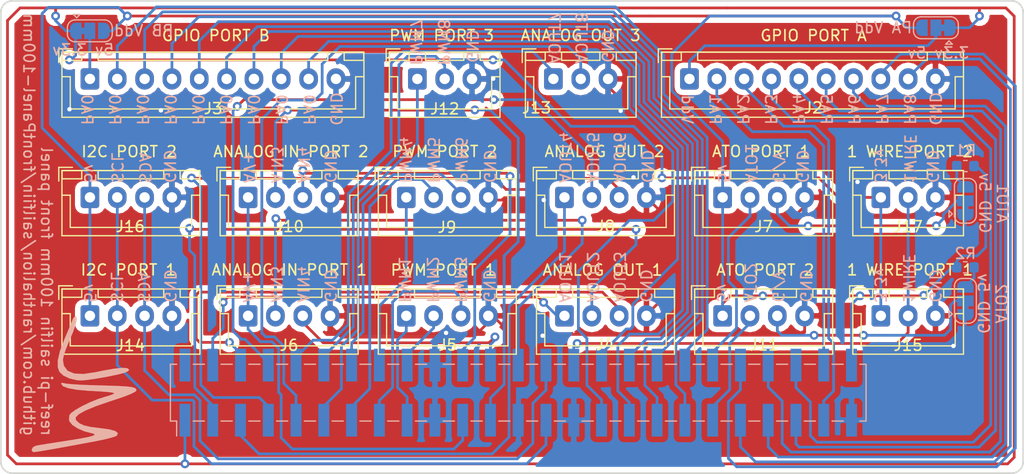
<source format=kicad_pcb>
(kicad_pcb (version 20171130) (host pcbnew "(5.0.1)-3")
  (layers (0 F.Cu signal) (31 B.Cu signal) (34 B.Paste user) (35 F.Paste user) (36 B.SilkS user) (37 F.SilkS user hide) (38 B.Mask user) (39 F.Mask user) (44 Edge.Cuts user))
  (net 0 "")
  (net 1 /3v3)
  (net 2 /AOUT2)
  (net 3 /AOUT1)
  (net 4 /AOUT4)
  (net 5 /AOUT3)
  (net 6 /AOUT6)
  (net 7 /AOUT5)
  (net 8 /AOUT8)
  (net 9 /AOUT7)
  (net 10 /PWM7)
  (net 11 /PWM8)
  (net 12 /PWM5)
  (net 13 /PWM6)
  (net 14 /PWM3)
  (net 15 /PWM4)
  (net 16 /PWM1)
  (net 17 /PWM2)
  (net 18 GND)
  (net 19 /AV+)
  (net 20 /AIN4)
  (net 21 /AIN3)
  (net 22 /AIN2)
  (net 23 /AIN1)
  (net 24 /SCL)
  (net 25 /SDA)
  (net 26 /1WIRE)
  (net 27 /PB8)
  (net 28 /PB7)
  (net 29 /PB6)
  (net 30 /PB5)
  (net 31 /PB4)
  (net 32 /PB3)
  (net 33 /PB2)
  (net 34 /PB1)
  (net 35 /ATO2)
  (net 36 /ATO1)
  (net 37 /PA8)
  (net 38 /PA7)
  (net 39 /PA6)
  (net 40 /PA5)
  (net 41 /PA4)
  (net 42 /PA3)
  (net 43 /PA2)
  (net 44 /PA1)
  (net 45 /5v)
  (net 46 "Net-(J2-Pad1)")
  (net 47 "Net-(J3-Pad1)")
  (net 48 "Net-(J7-Pad3)")
  (net 49 "Net-(J11-Pad3)")
  (net 50 "Net-(JP3-Pad3)")
  (net 51 "Net-(JP4-Pad3)")
  (module Connectors_JST:JST_XH_B10B-XH-A_1x10_P2.50mm_Vertical (layer F.Cu) (at 108.15 57.15)
    (fp_text reference J3 (at 11.27 2.71) (layer F.SilkS))
    (fp_text value "GPIO PORT B" (at 11.52 -3.97) (layer F.SilkS))
    (pad 1 thru_hole roundrect (at 0 0) (size 1.7 1.95) (drill 0.95) (layers *.Cu *.Mask) (roundrect_rratio 0.147059) (net 47 "Net-(J3-Pad1)"))
    (pad 2 thru_hole oval (at 2.5 0) (size 1.7 1.95) (drill 0.95) (layers *.Cu *.Mask) (net 34 /PB1))
    (pad 3 thru_hole oval (at 5 0) (size 1.7 1.95) (drill 0.95) (layers *.Cu *.Mask) (net 33 /PB2))
    (pad 4 thru_hole oval (at 7.5 0) (size 1.7 1.95) (drill 0.95) (layers *.Cu *.Mask) (net 32 /PB3))
    (pad 5 thru_hole oval (at 10 0) (size 1.7 1.95) (drill 0.95) (layers *.Cu *.Mask) (net 31 /PB4))
    (pad 6 thru_hole oval (at 12.5 0) (size 1.7 1.95) (drill 0.95) (layers *.Cu *.Mask) (net 30 /PB5))
    (pad 7 thru_hole oval (at 15 0) (size 1.7 1.95) (drill 0.95) (layers *.Cu *.Mask) (net 29 /PB6))
    (pad 8 thru_hole oval (at 17.5 0) (size 1.7 1.95) (drill 0.95) (layers *.Cu *.Mask) (net 28 /PB7))
    (pad 9 thru_hole oval (at 20 0) (size 1.7 1.95) (drill 0.95) (layers *.Cu *.Mask) (net 27 /PB8))
    (pad 10 thru_hole oval (at 22.5 0) (size 1.7 1.95) (drill 0.95) (layers *.Cu *.Mask) (net 18 GND))
  )
  (module Connector_PinSocket_2.54mm:PinSocket_2x25_P2.54mm_Vertical_SMD (layer B.Cu) (at 147.32 85.872 270)
    (fp_text reference J1 hide)
    (fp_text value Conn_02x25_Odd_Even)
    (pad 50 smd rect (at -2.52 -30.48 270) (size 3 1) (layers B.Cu B.Paste B.Mask) (net 45 /5v))
    (pad 49 smd rect (at 2.52 -30.48 270) (size 3 1) (layers B.Cu B.Paste B.Mask) (net 18 GND))
    (pad 48 smd rect (at -2.52 -27.94 270) (size 3 1) (layers B.Cu B.Paste B.Mask) (net 44 /PA1))
    (pad 47 smd rect (at 2.52 -27.94 270) (size 3 1) (layers B.Cu B.Paste B.Mask) (net 43 /PA2))
    (pad 46 smd rect (at -2.52 -25.4 270) (size 3 1) (layers B.Cu B.Paste B.Mask) (net 42 /PA3))
    (pad 45 smd rect (at 2.52 -25.4 270) (size 3 1) (layers B.Cu B.Paste B.Mask) (net 41 /PA4))
    (pad 44 smd rect (at -2.52 -22.86 270) (size 3 1) (layers B.Cu B.Paste B.Mask) (net 40 /PA5))
    (pad 43 smd rect (at 2.52 -22.86 270) (size 3 1) (layers B.Cu B.Paste B.Mask) (net 39 /PA6))
    (pad 42 smd rect (at -2.52 -20.32 270) (size 3 1) (layers B.Cu B.Paste B.Mask) (net 38 /PA7))
    (pad 41 smd rect (at 2.52 -20.32 270) (size 3 1) (layers B.Cu B.Paste B.Mask) (net 37 /PA8))
    (pad 40 smd rect (at -2.52 -17.78 270) (size 3 1) (layers B.Cu B.Paste B.Mask) (net 36 /ATO1))
    (pad 39 smd rect (at 2.52 -17.78 270) (size 3 1) (layers B.Cu B.Paste B.Mask) (net 35 /ATO2))
    (pad 38 smd rect (at -2.52 -15.24 270) (size 3 1) (layers B.Cu B.Paste B.Mask) (net 34 /PB1))
    (pad 37 smd rect (at 2.52 -15.24 270) (size 3 1) (layers B.Cu B.Paste B.Mask) (net 33 /PB2))
    (pad 36 smd rect (at -2.52 -12.7 270) (size 3 1) (layers B.Cu B.Paste B.Mask) (net 32 /PB3))
    (pad 35 smd rect (at 2.52 -12.7 270) (size 3 1) (layers B.Cu B.Paste B.Mask) (net 31 /PB4))
    (pad 34 smd rect (at -2.52 -10.16 270) (size 3 1) (layers B.Cu B.Paste B.Mask) (net 30 /PB5))
    (pad 33 smd rect (at 2.52 -10.16 270) (size 3 1) (layers B.Cu B.Paste B.Mask) (net 29 /PB6))
    (pad 32 smd rect (at -2.52 -7.62 270) (size 3 1) (layers B.Cu B.Paste B.Mask) (net 28 /PB7))
    (pad 31 smd rect (at 2.52 -7.62 270) (size 3 1) (layers B.Cu B.Paste B.Mask) (net 27 /PB8))
    (pad 30 smd rect (at -2.52 -5.08 270) (size 3 1) (layers B.Cu B.Paste B.Mask) (net 26 /1WIRE))
    (pad 29 smd rect (at 2.52 -5.08 270) (size 3 1) (layers B.Cu B.Paste B.Mask) (net 18 GND))
    (pad 28 smd rect (at -2.52 -2.54 270) (size 3 1) (layers B.Cu B.Paste B.Mask) (net 25 /SDA))
    (pad 27 smd rect (at 2.52 -2.54 270) (size 3 1) (layers B.Cu B.Paste B.Mask) (net 24 /SCL))
    (pad 26 smd rect (at -2.52 0 270) (size 3 1) (layers B.Cu B.Paste B.Mask) (net 23 /AIN1))
    (pad 25 smd rect (at 2.52 0 270) (size 3 1) (layers B.Cu B.Paste B.Mask) (net 18 GND))
    (pad 24 smd rect (at -2.52 2.54 270) (size 3 1) (layers B.Cu B.Paste B.Mask) (net 22 /AIN2))
    (pad 23 smd rect (at 2.52 2.54 270) (size 3 1) (layers B.Cu B.Paste B.Mask) (net 21 /AIN3))
    (pad 22 smd rect (at -2.52 5.08 270) (size 3 1) (layers B.Cu B.Paste B.Mask) (net 20 /AIN4))
    (pad 21 smd rect (at 2.52 5.08 270) (size 3 1) (layers B.Cu B.Paste B.Mask) (net 19 /AV+))
    (pad 20 smd rect (at -2.52 7.62 270) (size 3 1) (layers B.Cu B.Paste B.Mask) (net 18 GND))
    (pad 19 smd rect (at 2.52 7.62 270) (size 3 1) (layers B.Cu B.Paste B.Mask) (net 18 GND))
    (pad 18 smd rect (at -2.52 10.16 270) (size 3 1) (layers B.Cu B.Paste B.Mask) (net 17 /PWM2))
    (pad 17 smd rect (at 2.52 10.16 270) (size 3 1) (layers B.Cu B.Paste B.Mask) (net 16 /PWM1))
    (pad 16 smd rect (at -2.52 12.7 270) (size 3 1) (layers B.Cu B.Paste B.Mask) (net 15 /PWM4))
    (pad 15 smd rect (at 2.52 12.7 270) (size 3 1) (layers B.Cu B.Paste B.Mask) (net 14 /PWM3))
    (pad 14 smd rect (at -2.52 15.24 270) (size 3 1) (layers B.Cu B.Paste B.Mask) (net 13 /PWM6))
    (pad 13 smd rect (at 2.52 15.24 270) (size 3 1) (layers B.Cu B.Paste B.Mask) (net 12 /PWM5))
    (pad 12 smd rect (at -2.52 17.78 270) (size 3 1) (layers B.Cu B.Paste B.Mask) (net 11 /PWM8))
    (pad 11 smd rect (at 2.52 17.78 270) (size 3 1) (layers B.Cu B.Paste B.Mask) (net 10 /PWM7))
    (pad 10 smd rect (at -2.52 20.32 270) (size 3 1) (layers B.Cu B.Paste B.Mask) (net 9 /AOUT7))
    (pad 9 smd rect (at 2.52 20.32 270) (size 3 1) (layers B.Cu B.Paste B.Mask) (net 8 /AOUT8))
    (pad 8 smd rect (at -2.52 22.86 270) (size 3 1) (layers B.Cu B.Paste B.Mask) (net 7 /AOUT5))
    (pad 7 smd rect (at 2.52 22.86 270) (size 3 1) (layers B.Cu B.Paste B.Mask) (net 6 /AOUT6))
    (pad 6 smd rect (at -2.52 25.4 270) (size 3 1) (layers B.Cu B.Paste B.Mask) (net 5 /AOUT3))
    (pad 5 smd rect (at 2.52 25.4 270) (size 3 1) (layers B.Cu B.Paste B.Mask) (net 4 /AOUT4))
    (pad 4 smd rect (at -2.52 27.94 270) (size 3 1) (layers B.Cu B.Paste B.Mask) (net 3 /AOUT1))
    (pad 3 smd rect (at 2.52 27.94 270) (size 3 1) (layers B.Cu B.Paste B.Mask) (net 2 /AOUT2))
    (pad 2 smd rect (at -2.52 30.48 270) (size 3 1) (layers B.Cu B.Paste B.Mask))
    (pad 1 smd rect (at 2.52 30.48 270) (size 3 1) (layers B.Cu B.Paste B.Mask) (net 1 /3v3))
  )
  (module Connectors_JST:JST_XH_B10B-XH-A_1x10_P2.50mm_Vertical (layer F.Cu) (at 162.98 57.15)
    (fp_text reference J2 (at 11.32 2.65) (layer F.SilkS))
    (fp_text value "GPIO PORT A" (at 11.35 -3.97) (layer F.SilkS))
    (pad 10 thru_hole oval (at 22.5 0) (size 1.7 1.95) (drill 0.95) (layers *.Cu *.Mask) (net 18 GND))
    (pad 9 thru_hole oval (at 20 0) (size 1.7 1.95) (drill 0.95) (layers *.Cu *.Mask) (net 37 /PA8))
    (pad 8 thru_hole oval (at 17.5 0) (size 1.7 1.95) (drill 0.95) (layers *.Cu *.Mask) (net 38 /PA7))
    (pad 7 thru_hole oval (at 15 0) (size 1.7 1.95) (drill 0.95) (layers *.Cu *.Mask) (net 39 /PA6))
    (pad 6 thru_hole oval (at 12.5 0) (size 1.7 1.95) (drill 0.95) (layers *.Cu *.Mask) (net 40 /PA5))
    (pad 5 thru_hole oval (at 10 0) (size 1.7 1.95) (drill 0.95) (layers *.Cu *.Mask) (net 41 /PA4))
    (pad 4 thru_hole oval (at 7.5 0) (size 1.7 1.95) (drill 0.95) (layers *.Cu *.Mask) (net 42 /PA3))
    (pad 3 thru_hole oval (at 5 0) (size 1.7 1.95) (drill 0.95) (layers *.Cu *.Mask) (net 43 /PA2))
    (pad 2 thru_hole oval (at 2.5 0) (size 1.7 1.95) (drill 0.95) (layers *.Cu *.Mask) (net 44 /PA1))
    (pad 1 thru_hole roundrect (at 0 0) (size 1.7 1.95) (drill 0.95) (layers *.Cu *.Mask) (roundrect_rratio 0.147059) (net 46 "Net-(J2-Pad1)"))
  )
  (module Connectors_JST:JST_XH_B04B-XH-A_1x04_P2.50mm_Vertical (layer F.Cu) (at 151.548 78.84)
    (fp_text reference J4 (at 3.722 2.64) (layer F.SilkS))
    (fp_text value "ANALOG OUT 1" (at 3.482 -4.19) (layer F.SilkS))
    (pad 1 thru_hole roundrect (at 0 0) (size 1.7 1.95) (drill 0.95) (layers *.Cu *.Mask) (roundrect_rratio 0.147059) (net 3 /AOUT1))
    (pad 2 thru_hole oval (at 2.5 0) (size 1.7 1.95) (drill 0.95) (layers *.Cu *.Mask) (net 2 /AOUT2))
    (pad 3 thru_hole oval (at 5 0) (size 1.7 1.95) (drill 0.95) (layers *.Cu *.Mask) (net 5 /AOUT3))
    (pad 4 thru_hole oval (at 7.5 0) (size 1.7 1.95) (drill 0.95) (layers *.Cu *.Mask) (net 18 GND))
  )
  (module Connectors_JST:JST_XH_B04B-XH-A_1x04_P2.50mm_Vertical (layer F.Cu) (at 137.082 78.84)
    (fp_text reference J5 (at 3.788 2.67) (layer F.SilkS))
    (fp_text value "PWM PORT 1" (at 3.368 -4.19) (layer F.SilkS))
    (pad 4 thru_hole oval (at 7.5 0) (size 1.7 1.95) (drill 0.95) (layers *.Cu *.Mask) (net 18 GND))
    (pad 3 thru_hole oval (at 5 0) (size 1.7 1.95) (drill 0.95) (layers *.Cu *.Mask) (net 14 /PWM3))
    (pad 2 thru_hole oval (at 2.5 0) (size 1.7 1.95) (drill 0.95) (layers *.Cu *.Mask) (net 17 /PWM2))
    (pad 1 thru_hole roundrect (at 0 0) (size 1.7 1.95) (drill 0.95) (layers *.Cu *.Mask) (roundrect_rratio 0.147059) (net 16 /PWM1))
  )
  (module Connectors_JST:JST_XH_B04B-XH-A_1x04_P2.50mm_Vertical (layer F.Cu) (at 122.616 78.84)
    (fp_text reference J6 (at 3.744 2.695) (layer F.SilkS))
    (fp_text value "ANALOG IN PORT 1" (at 3.764 -4.205) (layer F.SilkS))
    (pad 1 thru_hole roundrect (at 0 0) (size 1.7 1.95) (drill 0.95) (layers *.Cu *.Mask) (roundrect_rratio 0.147059) (net 19 /AV+))
    (pad 2 thru_hole oval (at 2.5 0) (size 1.7 1.95) (drill 0.95) (layers *.Cu *.Mask) (net 23 /AIN1))
    (pad 3 thru_hole oval (at 5 0) (size 1.7 1.95) (drill 0.95) (layers *.Cu *.Mask) (net 22 /AIN2))
    (pad 4 thru_hole oval (at 7.5 0) (size 1.7 1.95) (drill 0.95) (layers *.Cu *.Mask) (net 18 GND))
  )
  (module Connectors_JST:JST_XH_B04B-XH-A_1x04_P2.50mm_Vertical (layer F.Cu) (at 166.014 67.995)
    (fp_text reference J7 (at 3.75 2.675) (layer F.SilkS))
    (fp_text value "ATO PORT 1" (at 3.516 -4.205) (layer F.SilkS))
    (pad 4 thru_hole oval (at 7.5 0) (size 1.7 1.95) (drill 0.95) (layers *.Cu *.Mask) (net 18 GND))
    (pad 3 thru_hole oval (at 5 0) (size 1.7 1.95) (drill 0.95) (layers *.Cu *.Mask) (net 48 "Net-(J7-Pad3)"))
    (pad 2 thru_hole oval (at 2.5 0) (size 1.7 1.95) (drill 0.95) (layers *.Cu *.Mask) (net 36 /ATO1))
    (pad 1 thru_hole roundrect (at 0 0) (size 1.7 1.95) (drill 0.95) (layers *.Cu *.Mask) (roundrect_rratio 0.147059) (net 45 /5v))
  )
  (module Connectors_JST:JST_XH_B04B-XH-A_1x04_P2.50mm_Vertical (layer F.Cu) (at 151.548 67.995)
    (fp_text reference J8 (at 3.762 2.645) (layer F.SilkS))
    (fp_text value "ANALOG OUT 2" (at 3.662 -4.205) (layer F.SilkS))
    (pad 1 thru_hole roundrect (at 0 0) (size 1.7 1.95) (drill 0.95) (layers *.Cu *.Mask) (roundrect_rratio 0.147059) (net 4 /AOUT4))
    (pad 2 thru_hole oval (at 2.5 0) (size 1.7 1.95) (drill 0.95) (layers *.Cu *.Mask) (net 7 /AOUT5))
    (pad 3 thru_hole oval (at 5 0) (size 1.7 1.95) (drill 0.95) (layers *.Cu *.Mask) (net 6 /AOUT6))
    (pad 4 thru_hole oval (at 7.5 0) (size 1.7 1.95) (drill 0.95) (layers *.Cu *.Mask) (net 18 GND))
  )
  (module Connectors_JST:JST_XH_B04B-XH-A_1x04_P2.50mm_Vertical (layer F.Cu) (at 137.082 67.995)
    (fp_text reference J9 (at 3.718 2.735) (layer F.SilkS))
    (fp_text value "PWM PORT 2" (at 3.518 -4.205) (layer F.SilkS))
    (pad 4 thru_hole oval (at 7.5 0) (size 1.7 1.95) (drill 0.95) (layers *.Cu *.Mask) (net 18 GND))
    (pad 3 thru_hole oval (at 5 0) (size 1.7 1.95) (drill 0.95) (layers *.Cu *.Mask) (net 13 /PWM6))
    (pad 2 thru_hole oval (at 2.5 0) (size 1.7 1.95) (drill 0.95) (layers *.Cu *.Mask) (net 12 /PWM5))
    (pad 1 thru_hole roundrect (at 0 0) (size 1.7 1.95) (drill 0.95) (layers *.Cu *.Mask) (roundrect_rratio 0.147059) (net 15 /PWM4))
  )
  (module Connectors_JST:JST_XH_B04B-XH-A_1x04_P2.50mm_Vertical (layer F.Cu) (at 122.616 67.995)
    (fp_text reference J10 (at 3.774 2.67) (layer F.SilkS))
    (fp_text value "ANALOG IN PORT 2" (at 3.914 -4.19) (layer F.SilkS))
    (pad 1 thru_hole roundrect (at 0 0) (size 1.7 1.95) (drill 0.95) (layers *.Cu *.Mask) (roundrect_rratio 0.147059) (net 19 /AV+))
    (pad 2 thru_hole oval (at 2.5 0) (size 1.7 1.95) (drill 0.95) (layers *.Cu *.Mask) (net 21 /AIN3))
    (pad 3 thru_hole oval (at 5 0) (size 1.7 1.95) (drill 0.95) (layers *.Cu *.Mask) (net 20 /AIN4))
    (pad 4 thru_hole oval (at 7.5 0) (size 1.7 1.95) (drill 0.95) (layers *.Cu *.Mask) (net 18 GND))
  )
  (module Connectors_JST:JST_XH_B04B-XH-A_1x04_P2.50mm_Vertical (layer F.Cu) (at 166.014 78.84)
    (fp_text reference J11 (at 3.776 2.67) (layer F.SilkS))
    (fp_text value "ATO PORT 2" (at 3.896 -4.19) (layer F.SilkS))
    (pad 4 thru_hole oval (at 7.5 0) (size 1.7 1.95) (drill 0.95) (layers *.Cu *.Mask) (net 18 GND))
    (pad 3 thru_hole oval (at 5 0) (size 1.7 1.95) (drill 0.95) (layers *.Cu *.Mask) (net 49 "Net-(J11-Pad3)"))
    (pad 2 thru_hole oval (at 2.5 0) (size 1.7 1.95) (drill 0.95) (layers *.Cu *.Mask) (net 35 /ATO2))
    (pad 1 thru_hole roundrect (at 0 0) (size 1.7 1.95) (drill 0.95) (layers *.Cu *.Mask) (roundrect_rratio 0.147059) (net 45 /5v))
  )
  (module Connectors_JST:JST_XH_B04B-XH-A_1x04_P2.50mm_Vertical (layer F.Cu) (at 108.15 78.84)
    (fp_text reference J14 (at 3.7 2.72) (layer F.SilkS))
    (fp_text value "I2C PORT 1" (at 3.52 -4.205) (layer F.SilkS))
    (pad 1 thru_hole roundrect (at 0 0) (size 1.7 1.95) (drill 0.95) (layers *.Cu *.Mask) (roundrect_rratio 0.147059) (net 45 /5v))
    (pad 2 thru_hole oval (at 2.5 0) (size 1.7 1.95) (drill 0.95) (layers *.Cu *.Mask) (net 24 /SCL))
    (pad 3 thru_hole oval (at 5 0) (size 1.7 1.95) (drill 0.95) (layers *.Cu *.Mask) (net 25 /SDA))
    (pad 4 thru_hole oval (at 7.5 0) (size 1.7 1.95) (drill 0.95) (layers *.Cu *.Mask) (net 18 GND))
  )
  (module Connectors_JST:JST_XH_B04B-XH-A_1x04_P2.50mm_Vertical (layer F.Cu) (at 108.15 67.995)
    (fp_text reference J16 (at 3.69 2.67) (layer F.SilkS))
    (fp_text value "I2C PORT 2" (at 3.58 -4.19) (layer F.SilkS))
    (pad 4 thru_hole oval (at 7.5 0) (size 1.7 1.95) (drill 0.95) (layers *.Cu *.Mask) (net 18 GND))
    (pad 3 thru_hole oval (at 5 0) (size 1.7 1.95) (drill 0.95) (layers *.Cu *.Mask) (net 25 /SDA))
    (pad 2 thru_hole oval (at 2.5 0) (size 1.7 1.95) (drill 0.95) (layers *.Cu *.Mask) (net 24 /SCL))
    (pad 1 thru_hole roundrect (at 0 0) (size 1.7 1.95) (drill 0.95) (layers *.Cu *.Mask) (roundrect_rratio 0.147059) (net 45 /5v))
  )
  (module Jumper:SolderJumper-3_P1.3mm_Bridged12_RoundedPad1.0x1.5mm (layer B.Cu) (at 185.52 52.465 180)
    (fp_text reference "PA Vdd" (at 4.83 0.005 180) (layer B.SilkS) (effects (justify mirror)))
    (fp_text value "PA Voltage")
    (pad 2 smd rect (at 0 0 180) (size 1 1.5) (layers B.Cu B.Mask) (net 46 "Net-(J2-Pad1)"))
    (pad 3 smd custom (at 1.3 0 180) (size 1 0.5) (layers B.Cu B.Mask) (net 45 /5v) (options (clearance outline) (anchor rect)) (primitives (gr_circle (center 0 -0.25) (end 0.5 -0.25) (width 0)) (gr_circle (center 0 0.25) (end 0.5 0.25) (width 0)) (gr_poly (pts (xy -0.55 0.75) (xy 0 0.75) (xy 0 -0.75) (xy -0.55 -0.75)) (width 0))))
    (pad 1 smd custom (at -1.3 0 180) (size 1 0.5) (layers B.Cu B.Mask) (net 1 /3v3) (options (clearance outline) (anchor rect)) (primitives (gr_circle (center 0 -0.25) (end 0.5 -0.25) (width 0)) (gr_circle (center 0 0.25) (end 0.5 0.25) (width 0)) (gr_poly (pts (xy 0.55 0.75) (xy 0 0.75) (xy 0 -0.75) (xy 0.55 -0.75)) (width 0)) (gr_poly (pts (xy 0.4 0.3) (xy 0.9 0.3) (xy 0.9 -0.3) (xy 0.4 -0.3)) (width 0))))
  )
  (module Jumper:SolderJumper-3_P1.3mm_Bridged12_RoundedPad1.0x1.5mm (layer B.Cu) (at 108.14 52.75)
    (fp_text reference "PB Vdd" (at 4.93 -0.02) (layer B.SilkS) (effects (justify mirror)))
    (fp_text value "PB Voltage")
    (pad 1 smd custom (at -1.3 0) (size 1 0.5) (layers B.Cu B.Mask) (net 1 /3v3) (options (clearance outline) (anchor rect)) (primitives (gr_circle (center 0 -0.25) (end 0.5 -0.25) (width 0)) (gr_circle (center 0 0.25) (end 0.5 0.25) (width 0)) (gr_poly (pts (xy 0.55 0.75) (xy 0 0.75) (xy 0 -0.75) (xy 0.55 -0.75)) (width 0)) (gr_poly (pts (xy 0.4 0.3) (xy 0.9 0.3) (xy 0.9 -0.3) (xy 0.4 -0.3)) (width 0))))
    (pad 3 smd custom (at 1.3 0) (size 1 0.5) (layers B.Cu B.Mask) (net 45 /5v) (options (clearance outline) (anchor rect)) (primitives (gr_circle (center 0 -0.25) (end 0.5 -0.25) (width 0)) (gr_circle (center 0 0.25) (end 0.5 0.25) (width 0)) (gr_poly (pts (xy -0.55 0.75) (xy 0 0.75) (xy 0 -0.75) (xy -0.55 -0.75)) (width 0))))
    (pad 2 smd rect (at 0 0) (size 1 1.5) (layers B.Cu B.Mask) (net 47 "Net-(J3-Pad1)"))
  )
  (module Resistor_SMD:R_0603_1608Metric (layer B.Cu) (at 188.214 65.13 180)
    (fp_text reference R1 (at -0.016 1.41 180) (layer B.SilkS) (effects (justify mirror)))
    (fp_text value 500)
    (pad 1 smd roundrect (at -0.7875 0 180) (size 0.875 0.95) (layers B.Cu B.Paste B.Mask) (net 45 /5v))
    (pad 2 smd roundrect (at 0.7875 0 180) (size 0.875 0.95) (layers B.Cu B.Paste B.Mask) (net 50 "Net-(JP3-Pad3)"))
  )
  (module Resistor_SMD:R_0603_1608Metric (layer B.Cu) (at 188.21 74.4)
    (fp_text reference R2 (at 0 -1.276) (layer B.SilkS) (effects (justify mirror)))
    (fp_text value R_US)
    (pad 2 smd roundrect (at 0.7875 0) (size 0.875 0.95) (layers B.Cu B.Paste B.Mask) (net 51 "Net-(JP4-Pad3)"))
    (pad 1 smd roundrect (at -0.7875 0) (size 0.875 0.95) (layers B.Cu B.Paste B.Mask) (net 45 /5v))
  )
  (module Connectors_JST:JST_XH_B03B-XH-A_1x03_P2.50mm_Vertical (layer F.Cu) (at 138.093333 57.15)
    (fp_text reference J12 (at 2.506667 2.74) (layer F.SilkS))
    (fp_text value "PWM PORT 3" (at 2.226667 -3.97) (layer F.SilkS))
    (pad 1 thru_hole roundrect (at 0 0) (size 1.7 1.95) (drill 0.95) (layers *.Cu *.Mask) (roundrect_rratio 0.147059) (net 10 /PWM7))
    (pad 2 thru_hole oval (at 2.5 0) (size 1.7 1.95) (drill 0.95) (layers *.Cu *.Mask) (net 11 /PWM8))
    (pad 3 thru_hole oval (at 5 0) (size 1.7 1.95) (drill 0.95) (layers *.Cu *.Mask) (net 18 GND))
  )
  (module Connectors_JST:JST_XH_B03B-XH-A_1x03_P2.50mm_Vertical (layer F.Cu) (at 150.536666 57.15)
    (fp_text reference J13 (at -1.536666 2.65) (layer F.SilkS))
    (fp_text value "ANALOG OUT 3" (at 2.493334 -3.98) (layer F.SilkS))
    (pad 3 thru_hole oval (at 5 0) (size 1.7 1.95) (drill 0.95) (layers *.Cu *.Mask) (net 18 GND))
    (pad 2 thru_hole oval (at 2.5 0) (size 1.7 1.95) (drill 0.95) (layers *.Cu *.Mask) (net 8 /AOUT8))
    (pad 1 thru_hole roundrect (at 0 0) (size 1.7 1.95) (drill 0.95) (layers *.Cu *.Mask) (roundrect_rratio 0.147059) (net 9 /AOUT7))
  )
  (module Connectors_JST:JST_XH_B03B-XH-A_1x03_P2.50mm_Vertical (layer F.Cu) (at 180.48 78.84)
    (fp_text reference J15 (at 2.5 2.695) (layer F.SilkS))
    (fp_text value "1 WIRE PORT 1" (at 2.67 -4.205) (layer F.SilkS))
    (pad 3 thru_hole oval (at 5 0) (size 1.7 1.95) (drill 0.95) (layers *.Cu *.Mask) (net 18 GND))
    (pad 2 thru_hole oval (at 2.5 0) (size 1.7 1.95) (drill 0.95) (layers *.Cu *.Mask) (net 26 /1WIRE))
    (pad 1 thru_hole roundrect (at 0 0) (size 1.7 1.95) (drill 0.95) (layers *.Cu *.Mask) (roundrect_rratio 0.147059) (net 1 /3v3))
  )
  (module Connectors_JST:JST_XH_B03B-XH-A_1x03_P2.50mm_Vertical (layer F.Cu) (at 180.48 67.995)
    (fp_text reference J17 (at 2.5 2.68) (layer F.SilkS))
    (fp_text value "1 WIRE PORT 2" (at 2.67 -4.19) (layer F.SilkS))
    (pad 1 thru_hole roundrect (at 0 0) (size 1.7 1.95) (drill 0.95) (layers *.Cu *.Mask) (roundrect_rratio 0.147059) (net 1 /3v3))
    (pad 2 thru_hole oval (at 2.5 0) (size 1.7 1.95) (drill 0.95) (layers *.Cu *.Mask) (net 26 /1WIRE))
    (pad 3 thru_hole oval (at 5 0) (size 1.7 1.95) (drill 0.95) (layers *.Cu *.Mask) (net 18 GND))
  )
  (module Jumper:SolderJumper-3_P1.3mm_Bridged12_RoundedPad1.0x1.5mm (layer B.Cu) (at 188.214 68.31 90)
    (fp_text reference JP3 hide)
    (fp_text value ATO1_Jumper)
    (pad 2 smd rect (at 0 0 90) (size 1 1.5) (layers B.Cu B.Mask) (net 48 "Net-(J7-Pad3)"))
    (pad 3 smd custom (at 1.3 0 90) (size 1 0.5) (layers B.Cu B.Mask) (net 50 "Net-(JP3-Pad3)") (options (clearance outline) (anchor rect)) (primitives (gr_circle (center 0 -0.25) (end 0.5 -0.25) (width 0)) (gr_circle (center 0 0.25) (end 0.5 0.25) (width 0)) (gr_poly (pts (xy -0.55 0.75) (xy 0 0.75) (xy 0 -0.75) (xy -0.55 -0.75)) (width 0))))
    (pad 1 smd custom (at -1.3 0 90) (size 1 0.5) (layers B.Cu B.Mask) (net 18 GND) (options (clearance outline) (anchor rect)) (primitives (gr_circle (center 0 -0.25) (end 0.5 -0.25) (width 0)) (gr_circle (center 0 0.25) (end 0.5 0.25) (width 0)) (gr_poly (pts (xy 0.55 0.75) (xy 0 0.75) (xy 0 -0.75) (xy 0.55 -0.75)) (width 0)) (gr_poly (pts (xy 0.4 0.3) (xy 0.9 0.3) (xy 0.9 -0.3) (xy 0.4 -0.3)) (width 0))))
  )
  (module Jumper:SolderJumper-3_P1.3mm_Bridged12_RoundedPad1.0x1.5mm (layer B.Cu) (at 188.214 77.47 90)
    (fp_text reference JP4 hide)
    (fp_text value ATO2_Jumper)
    (pad 1 smd custom (at -1.3 0 90) (size 1 0.5) (layers B.Cu B.Mask) (net 18 GND) (options (clearance outline) (anchor rect)) (primitives (gr_circle (center 0 -0.25) (end 0.5 -0.25) (width 0)) (gr_circle (center 0 0.25) (end 0.5 0.25) (width 0)) (gr_poly (pts (xy 0.55 0.75) (xy 0 0.75) (xy 0 -0.75) (xy 0.55 -0.75)) (width 0)) (gr_poly (pts (xy 0.4 0.3) (xy 0.9 0.3) (xy 0.9 -0.3) (xy 0.4 -0.3)) (width 0))))
    (pad 3 smd custom (at 1.3 0 90) (size 1 0.5) (layers B.Cu B.Mask) (net 51 "Net-(JP4-Pad3)") (options (clearance outline) (anchor rect)) (primitives (gr_circle (center 0 -0.25) (end 0.5 -0.25) (width 0)) (gr_circle (center 0 0.25) (end 0.5 0.25) (width 0)) (gr_poly (pts (xy -0.55 0.75) (xy 0 0.75) (xy 0 -0.75) (xy -0.55 -0.75)) (width 0))))
    (pad 2 smd rect (at 0 0 90) (size 1 1.5) (layers B.Cu B.Mask) (net 49 "Net-(J11-Pad3)"))
  )
  (module ml_logo:ML_Logo (layer B.Cu) (at 107.696 85.09 90)
    (fp_text reference G*** hide)
    (fp_text value LOGO hide)
  )
  (gr_text "5v 3.3v" (at 107.52 54.49) (layer B.SilkS) (effects (font (size 1 1)) (justify mirror)))
  (gr_text "3.3v 5v" (at 185.73 54.77) (layer B.SilkS) (effects (font (size 1 1)) (justify mirror)))
  (gr_text G/V (at 171.08 77.72 270) (layer B.SilkS) (effects (font (size 1 1)) (justify left mirror)))
  (gr_text G/V (at 171.12 66.774048 270) (layer B.SilkS) (effects (font (size 1 1)) (justify left mirror)))
  (gr_text ATO1 (at 168.6 66.774048 270) (layer B.SilkS) (effects (font (size 1 1)) (justify left mirror)))
  (gr_text ATO2 (at 168.53 77.72 270) (layer B.SilkS) (effects (font (size 1 1)) (justify left mirror)))
  (gr_text 1WIRE (at 183.04 77.72 270) (layer B.SilkS) (effects (font (size 1 1)) (justify left mirror)))
  (gr_text AIN3 (at 125.2 77.72 270) (layer B.SilkS) (effects (font (size 1 1)) (justify left mirror)))
  (gr_text AIN4 (at 127.64 77.72 270) (layer B.SilkS) (effects (font (size 1 1)) (justify left mirror)))
  (gr_text AV+ (at 122.67 77.72 270) (layer B.SilkS) (effects (font (size 1 1)) (justify left mirror)))
  (gr_text AIN3 (at 125.26 66.774048 270) (layer B.SilkS) (effects (font (size 1 1)) (justify left mirror)))
  (gr_text AV+ (at 122.73 66.774048 270) (layer B.SilkS) (effects (font (size 1 1)) (justify left mirror)))
  (gr_text AIN4 (at 127.7 66.774048 270) (layer B.SilkS) (effects (font (size 1 1)) (justify left mirror)))
  (gr_text AOUT2 (at 154.12 77.72 270) (layer B.SilkS) (effects (font (size 1 1)) (justify left mirror)))
  (gr_text AOUT1 (at 151.59 77.72 270) (layer B.SilkS) (effects (font (size 1 1)) (justify left mirror)))
  (gr_text AOUT3 (at 156.56 77.72 270) (layer B.SilkS) (effects (font (size 1 1)) (justify left mirror)))
  (gr_text PWM1 (at 136.91 75.525952 270) (layer B.SilkS) (effects (font (size 1 1)) (justify mirror)))
  (gr_text PWM3 (at 142.02 75.525952 270) (layer B.SilkS) (effects (font (size 1 1)) (justify mirror)))
  (gr_text PWM2 (at 139.48 75.525952 270) (layer B.SilkS) (effects (font (size 1 1)) (justify mirror)))
  (gr_text PWM4 (at 136.98 64.58 270) (layer B.SilkS) (effects (font (size 1 1)) (justify mirror)))
  (gr_text PWM5 (at 139.55 64.58 270) (layer B.SilkS) (effects (font (size 1 1)) (justify mirror)))
  (gr_text PWM6 (at 142.09 64.58 270) (layer B.SilkS) (effects (font (size 1 1)) (justify mirror)))
  (gr_text 1WIRE (at 183.15 66.774048 270) (layer B.SilkS) (effects (font (size 1 1)) (justify left mirror)))
  (gr_text AOUT6 (at 156.56 66.774048 270) (layer B.SilkS) (effects (font (size 1 1)) (justify left mirror)))
  (gr_text AOUT5 (at 154.12 66.774048 270) (layer B.SilkS) (effects (font (size 1 1)) (justify left mirror)))
  (gr_text AOUT4 (at 151.59 66.774048 270) (layer B.SilkS) (effects (font (size 1 1)) (justify left mirror)))
  (gr_text SCL (at 110.58 77.72 270) (layer B.SilkS) (effects (font (size 1 1)) (justify left mirror)))
  (gr_text SCL (at 110.63 66.774048 270) (layer B.SilkS) (effects (font (size 1 1)) (justify left mirror)))
  (gr_text SDA (at 113.18 65.294286 270) (layer B.SilkS) (effects (font (size 1 1)) (justify mirror)))
  (gr_text SDA (at 113.05 76.240238 270) (layer B.SilkS) (effects (font (size 1 1)) (justify mirror)))
  (gr_text PWM8 (at 140.49 53.79 270) (layer B.SilkS) (effects (font (size 1 1)) (justify mirror)))
  (gr_text PWM7 (at 137.95 53.79 270) (layer B.SilkS) (effects (font (size 1 1)) (justify mirror)))
  (gr_text AOUT7 (at 150.6 53.43 270) (layer B.SilkS) (effects (font (size 1 1)) (justify mirror)))
  (gr_text AOUT8 (at 153.07 53.39 270) (layer B.SilkS) (effects (font (size 1 1)) (justify mirror)))
  (gr_text PA0 (at 128.19 59.97 270) (layer B.SilkS) (effects (font (size 1 1)) (justify mirror)))
  (gr_text PA0 (at 125.65 59.97 270) (layer B.SilkS) (effects (font (size 1 1)) (justify mirror)))
  (gr_text PA0 (at 118.03 59.97 270) (layer B.SilkS) (effects (font (size 1 1)) (justify mirror)))
  (gr_text PA0 (at 107.87 59.97 270) (layer B.SilkS) (effects (font (size 1 1)) (justify mirror)))
  (gr_text PA0 (at 112.95 59.97 270) (layer B.SilkS) (effects (font (size 1 1)) (justify mirror)))
  (gr_text PA0 (at 120.57 59.97 270) (layer B.SilkS) (effects (font (size 1 1)) (justify mirror)))
  (gr_text PA0 (at 110.41 59.97 270) (layer B.SilkS) (effects (font (size 1 1)) (justify mirror)))
  (gr_text PA0 (at 123.11 59.97 270) (layer B.SilkS) (effects (font (size 1 1)) (justify mirror)))
  (gr_text PA0 (at 115.49 59.97 270) (layer B.SilkS) (effects (font (size 1 1)) (justify mirror)))
  (gr_text Vdd (at 162.78 59.93 270) (layer B.SilkS) (effects (font (size 1 1)) (justify mirror)))
  (gr_text PA1 (at 165.32 59.93 270) (layer B.SilkS) (effects (font (size 1 1)) (justify mirror)))
  (gr_text PA2 (at 167.86 59.93 270) (layer B.SilkS) (effects (font (size 1 1)) (justify mirror)))
  (gr_text PA3 (at 170.4 59.93 270) (layer B.SilkS) (effects (font (size 1 1)) (justify mirror)))
  (gr_text PA4 (at 172.94 59.93 270) (layer B.SilkS) (effects (font (size 1 1)) (justify mirror)))
  (gr_text PA5 (at 175.48 59.93 270) (layer B.SilkS) (effects (font (size 1 1)) (justify mirror)))
  (gr_text PA6 (at 178.02 59.93 270) (layer B.SilkS) (effects (font (size 1 1)) (justify mirror)))
  (gr_text PA7 (at 180.56 59.93 270) (layer B.SilkS) (effects (font (size 1 1)) (justify mirror)))
  (gr_text PA8 (at 183.1 59.93 270) (layer B.SilkS) (effects (font (size 1 1)) (justify mirror)))
  (gr_text "3.3v\n" (at 180.43 66.774048 270) (layer B.SilkS) (effects (font (size 1 1)) (justify left mirror)))
  (gr_text "3.3v\n" (at 180.42 77.72 270) (layer B.SilkS) (effects (font (size 1 1)) (justify left mirror)))
  (gr_text "5v\n" (at 166.01 77.72 270) (layer B.SilkS) (effects (font (size 1 1)) (justify left mirror)))
  (gr_text "5v\n" (at 108.14 66.774048 270) (layer B.SilkS) (effects (font (size 1 1)) (justify left mirror)))
  (gr_text "5v\n" (at 108.14 77.72 270) (layer B.SilkS) (effects (font (size 1 1)) (justify left mirror)))
  (gr_text "5v\n" (at 166.1 66.774048 270) (layer B.SilkS) (effects (font (size 1 1)) (justify left mirror)))
  (gr_text GND (at 159.11 66.774048 270) (layer B.SilkS) (effects (font (size 1 1)) (justify left mirror)))
  (gr_text GND (at 173.3 66.774048 270) (layer B.SilkS) (effects (font (size 1 1)) (justify left mirror)))
  (gr_text GND (at 185.2 66.774048 270) (layer B.SilkS) (effects (font (size 1 1)) (justify left mirror)))
  (gr_text GND (at 130.13 77.72 270) (layer B.SilkS) (effects (font (size 1 1)) (justify left mirror)))
  (gr_text GND (at 115.47 77.72 270) (layer B.SilkS) (effects (font (size 1 1)) (justify left mirror)))
  (gr_text GND (at 130.66 61.52 270) (layer B.SilkS) (effects (font (size 1 1)) (justify left mirror)))
  (gr_text GND (at 144.7 66.774048 270) (layer B.SilkS) (effects (font (size 1 1)) (justify left mirror)))
  (gr_text GND (at 144.65 77.72 270) (layer B.SilkS) (effects (font (size 1 1)) (justify left mirror)))
  (gr_text GND (at 115.43 66.774048 270) (layer B.SilkS) (effects (font (size 1 1)) (justify left mirror)))
  (gr_text GND (at 185.46 61.5 270) (layer B.SilkS) (effects (font (size 1 1)) (justify left mirror)))
  (gr_text GND (at 158.99 77.72 270) (layer B.SilkS) (effects (font (size 1 1)) (justify left mirror)))
  (gr_text GND (at 130.12 66.774048 270) (layer B.SilkS) (effects (font (size 1 1)) (justify left mirror)))
  (gr_text GND (at 155.47 55.77 270) (layer B.SilkS) (effects (font (size 1 1)) (justify left mirror)))
  (gr_text GND (at 173.61 77.72 270) (layer B.SilkS) (effects (font (size 1 1)) (justify left mirror)))
  (gr_text GND (at 143.11 55.77 270) (layer B.SilkS) (effects (font (size 1 1)) (justify left mirror)))
  (gr_text GND (at 185.44 77.72 270) (layer B.SilkS) (effects (font (size 1 1)) (justify left mirror)))
  (gr_text "ATO1\nGND 5v" (at 190.8 68.52 270) (layer B.SilkS) (effects (font (size 1 1)) (justify mirror)))
  (gr_text "ATO2\nGND 5v" (at 190.67 77.72 270) (layer B.SilkS) (effects (font (size 1 1)) (justify mirror)))
  (gr_text "reef-pi sailfin 100mm front panel\ngithub.com/ranthalion/sailfiin/frontPanel-100mm" (at 103.378 89.916 270) (layer B.SilkS) (effects (font (size 1 1)) (justify left mirror)))
  (gr_arc (start 192.43 92.18) (end 192.43 93.25) (angle -90) (layer Edge.Cuts) (width 0.15))
  (gr_arc (start 101.07 92.18) (end 100 92.18) (angle -90) (layer Edge.Cuts) (width 0.15))
  (gr_arc (start 101.07 51.07) (end 101.07 50) (angle -90) (layer Edge.Cuts) (width 0.15))
  (gr_arc (start 192.43 51.07) (end 193.5 51.07) (angle -90) (layer Edge.Cuts) (width 0.15))
  (gr_line (start 100 51.09) (end 100 92.18) (layer Edge.Cuts) (width 0.15))
  (gr_line (start 193.5 51.05) (end 193.5 92.16) (layer Edge.Cuts) (width 0.15))
  (gr_line (start 101.08 93.25) (end 192.42 93.25) (layer Edge.Cuts) (width 0.15))
  (gr_line (start 101.04 50) (end 192.45 50) (layer Edge.Cuts) (width 0.15))
  (via (at 116.84 92.39) (size 0.8) (drill 0.4) (layers F.Cu B.Cu) (net 1))
  (segment (start 116.84 88.392) (end 116.84 92.39) (width 0.25) (layer B.Cu) (net 1))
  (segment (start 116.84 92.39) (end 101.42 92.39) (width 0.25) (layer F.Cu) (net 1))
  (segment (start 101.42 92.39) (end 100.61 91.58) (width 0.25) (layer F.Cu) (net 1))
  (segment (start 100.61 91.58) (end 100.61 51.8) (width 0.25) (layer F.Cu) (net 1))
  (segment (start 100.61 51.8) (end 101.76 50.65) (width 0.25) (layer F.Cu) (net 1))
  (segment (start 106.84 52.75) (end 105.94 52.75) (width 0.25) (layer B.Cu) (net 1))
  (via (at 105.01 51.39) (size 0.8) (drill 0.4) (layers F.Cu B.Cu) (net 1))
  (segment (start 105.94 52.75) (end 105.01 51.82) (width 0.25) (layer B.Cu) (net 1))
  (segment (start 105.01 51.82) (end 105.01 51.39) (width 0.25) (layer B.Cu) (net 1))
  (segment (start 105.01 51.39) (end 105.01 50.65) (width 0.25) (layer F.Cu) (net 1))
  (segment (start 101.76 50.65) (end 105.01 50.65) (width 0.25) (layer F.Cu) (net 1))
  (segment (start 105.01 50.65) (end 166.41 50.65) (width 0.25) (layer F.Cu) (net 1))
  (segment (start 180.48 78.84) (end 180.48 67.995) (width 0.25) (layer B.Cu) (net 1))
  (segment (start 186.82 52.465) (end 188.585 52.465) (width 0.25) (layer B.Cu) (net 1))
  (via (at 189.5 51.39) (size 0.8) (drill 0.4) (layers F.Cu B.Cu) (net 1))
  (segment (start 188.585 52.465) (end 189.5 51.55) (width 0.25) (layer B.Cu) (net 1))
  (segment (start 189.5 51.39) (end 189.5 50.65) (width 0.25) (layer F.Cu) (net 1))
  (segment (start 166.41 50.65) (end 189.5 50.65) (width 0.25) (layer F.Cu) (net 1))
  (segment (start 106.84 52.75) (end 106.84 54.99) (width 0.25) (layer B.Cu) (net 1))
  (via (at 106.27 55.41) (size 0.8) (drill 0.4) (layers F.Cu B.Cu) (net 1))
  (segment (start 106.84 54.99) (end 106.42 55.41) (width 0.25) (layer B.Cu) (net 1))
  (segment (start 106.42 55.41) (end 106.27 55.41) (width 0.25) (layer B.Cu) (net 1))
  (segment (start 180.48 67.995) (end 176.595 67.995) (width 0.25) (layer F.Cu) (net 1))
  (via (at 160.47 66.21) (size 0.8) (drill 0.4) (layers F.Cu B.Cu) (net 1))
  (segment (start 176.595 67.995) (end 174.81 66.21) (width 0.25) (layer F.Cu) (net 1))
  (segment (start 174.81 66.21) (end 160.47 66.21) (width 0.25) (layer F.Cu) (net 1))
  (segment (start 160.47 66.21) (end 160.47 64.07) (width 0.25) (layer B.Cu) (net 1))
  (segment (start 160.47 64.07) (end 157.89 61.49) (width 0.25) (layer B.Cu) (net 1))
  (segment (start 157.89 61.49) (end 152.13 61.49) (width 0.25) (layer B.Cu) (net 1))
  (via (at 145.01 55.41) (size 0.8) (drill 0.4) (layers F.Cu B.Cu) (net 1))
  (segment (start 146.05 55.41) (end 145.01 55.41) (width 0.25) (layer B.Cu) (net 1))
  (segment (start 152.13 61.49) (end 146.05 55.41) (width 0.25) (layer B.Cu) (net 1))
  (segment (start 106.27 55.41) (end 145.01 55.41) (width 0.25) (layer F.Cu) (net 1))
  (segment (start 191.92 50.65) (end 189.5 50.65) (width 0.25) (layer F.Cu) (net 1))
  (segment (start 192.68 51.41) (end 191.92 50.65) (width 0.25) (layer F.Cu) (net 1))
  (segment (start 192.68 91.79) (end 192.68 51.41) (width 0.25) (layer F.Cu) (net 1))
  (segment (start 116.84 92.39) (end 192.08 92.39) (width 0.25) (layer F.Cu) (net 1))
  (segment (start 192.08 92.39) (end 192.68 91.79) (width 0.25) (layer F.Cu) (net 1))
  (segment (start 119.38 88.392) (end 119.38 89.61998) (width 0.25) (layer B.Cu) (net 2))
  (segment (start 154.048 78.84) (end 154.048 76.368) (width 0.25) (layer B.Cu) (net 2))
  (via (at 117.26 70.82) (size 0.8) (drill 0.4) (layers F.Cu B.Cu) (net 2))
  (segment (start 117.26 70.82) (end 117.36 70.92) (width 0.25) (layer F.Cu) (net 2))
  (segment (start 117.36 70.92) (end 158.09 70.92) (width 0.25) (layer F.Cu) (net 2))
  (via (at 158.09 70.92) (size 0.8) (drill 0.4) (layers F.Cu B.Cu) (net 2))
  (segment (start 158.09 72.326) (end 154.048 76.368) (width 0.25) (layer B.Cu) (net 2))
  (segment (start 158.09 70.92) (end 158.09 72.326) (width 0.25) (layer B.Cu) (net 2))
  (segment (start 117.26 70.82) (end 117.26 72.84) (width 0.25) (layer B.Cu) (net 2))
  (segment (start 117.26 72.84) (end 117.74 73.32) (width 0.25) (layer B.Cu) (net 2))
  (segment (start 119.38 87.17) (end 119.38 88.392) (width 0.25) (layer B.Cu) (net 2))
  (segment (start 119.38 87.05) (end 117.74 85.41) (width 0.25) (layer B.Cu) (net 2))
  (segment (start 119.38 88.392) (end 119.38 87.05) (width 0.25) (layer B.Cu) (net 2))
  (segment (start 117.74 73.32) (end 117.74 85.41) (width 0.25) (layer B.Cu) (net 2))
  (via (at 120.34 77.6) (size 0.8) (drill 0.4) (layers F.Cu B.Cu) (net 3))
  (segment (start 120.34 77.54) (end 120.34 77.6) (width 0.25) (layer F.Cu) (net 3))
  (segment (start 120.34 77.6) (end 120.34 79.96) (width 0.25) (layer B.Cu) (net 3))
  (segment (start 119.38 80.92) (end 119.38 83.352) (width 0.25) (layer B.Cu) (net 3))
  (segment (start 120.34 79.96) (end 119.38 80.92) (width 0.25) (layer B.Cu) (net 3))
  (via (at 149.64 77.61) (size 0.8) (drill 0.4) (layers F.Cu B.Cu) (net 3))
  (segment (start 151.548 78.84) (end 150.87 78.84) (width 0.25) (layer B.Cu) (net 3))
  (segment (start 150.87 78.84) (end 149.64 77.61) (width 0.25) (layer B.Cu) (net 3))
  (segment (start 149.15 77.12) (end 120.76 77.12) (width 0.25) (layer F.Cu) (net 3))
  (segment (start 149.64 77.61) (end 149.15 77.12) (width 0.25) (layer F.Cu) (net 3))
  (segment (start 120.76 77.12) (end 120.34 77.54) (width 0.25) (layer F.Cu) (net 3))
  (segment (start 121.92 89.78998) (end 121.92 88.392) (width 0.25) (layer B.Cu) (net 4))
  (segment (start 151.548 72.922) (end 146.48 77.99) (width 0.25) (layer B.Cu) (net 4))
  (segment (start 151.548 67.995) (end 151.548 72.922) (width 0.25) (layer B.Cu) (net 4))
  (segment (start 146.48 77.99) (end 146.48 89.93) (width 0.25) (layer B.Cu) (net 4))
  (segment (start 146.48 89.93) (end 144.93002 91.47998) (width 0.25) (layer B.Cu) (net 4))
  (segment (start 144.93002 91.47998) (end 123.61 91.47998) (width 0.25) (layer B.Cu) (net 4))
  (segment (start 123.61 91.47998) (end 121.92 89.78998) (width 0.25) (layer B.Cu) (net 4))
  (via (at 120.91 81.27) (size 0.8) (drill 0.4) (layers F.Cu B.Cu) (net 5))
  (segment (start 121.92 83.352) (end 121.92 82.28) (width 0.25) (layer B.Cu) (net 5))
  (segment (start 121.92 82.28) (end 120.91 81.27) (width 0.25) (layer B.Cu) (net 5))
  (segment (start 156.548 78.84) (end 156.548 78.198) (width 0.25) (layer F.Cu) (net 5))
  (segment (start 156.548 78.198) (end 155.02 76.67) (width 0.25) (layer F.Cu) (net 5))
  (segment (start 155.02 76.67) (end 118.12 76.67) (width 0.25) (layer F.Cu) (net 5))
  (segment (start 118.12 76.67) (end 117.87 76.92) (width 0.25) (layer F.Cu) (net 5))
  (segment (start 117.87 76.92) (end 117.87 80.95) (width 0.25) (layer F.Cu) (net 5))
  (segment (start 118.19 81.27) (end 120.91 81.27) (width 0.25) (layer F.Cu) (net 5))
  (segment (start 117.87 80.95) (end 118.19 81.27) (width 0.25) (layer F.Cu) (net 5))
  (segment (start 124.46 88.392) (end 124.46 87.14) (width 0.25) (layer B.Cu) (net 6))
  (segment (start 124.46 87.14) (end 123.64 86.32) (width 0.25) (layer B.Cu) (net 6))
  (segment (start 123.64 86.32) (end 119.45 86.32) (width 0.25) (layer B.Cu) (net 6))
  (via (at 117.44 66.22) (size 0.8) (drill 0.4) (layers F.Cu B.Cu) (net 6))
  (segment (start 118.29 85.16) (end 118.29 67.07) (width 0.25) (layer B.Cu) (net 6))
  (segment (start 118.29 67.07) (end 117.44 66.22) (width 0.25) (layer B.Cu) (net 6))
  (segment (start 119.45 86.32) (end 118.29 85.16) (width 0.25) (layer B.Cu) (net 6))
  (segment (start 156.548 67.278) (end 156.548 67.995) (width 0.25) (layer F.Cu) (net 6))
  (segment (start 155.52 66.25) (end 156.548 67.278) (width 0.25) (layer F.Cu) (net 6))
  (segment (start 117.44 66.22) (end 117.47 66.25) (width 0.25) (layer F.Cu) (net 6))
  (segment (start 117.47 66.25) (end 145.19 66.25) (width 0.25) (layer F.Cu) (net 6))
  (segment (start 145.19 66.25) (end 146.21 67.27) (width 0.25) (layer F.Cu) (net 6))
  (segment (start 146.21 67.27) (end 149.68 67.27) (width 0.25) (layer F.Cu) (net 6))
  (segment (start 149.68 67.27) (end 150.7 66.25) (width 0.25) (layer F.Cu) (net 6))
  (segment (start 150.7 66.25) (end 155.52 66.25) (width 0.25) (layer F.Cu) (net 6))
  (segment (start 154.048 67.995) (end 154.048 64.368) (width 0.25) (layer B.Cu) (net 7))
  (via (at 145.09 59.05) (size 0.8) (drill 0.4) (layers F.Cu B.Cu) (net 7))
  (segment (start 154.048 64.368) (end 148.73 59.05) (width 0.25) (layer B.Cu) (net 7))
  (segment (start 148.73 59.05) (end 145.09 59.05) (width 0.25) (layer B.Cu) (net 7))
  (via (at 121.62 59.66) (size 0.8) (drill 0.4) (layers F.Cu B.Cu) (net 7))
  (segment (start 145.09 59.05) (end 122.23 59.05) (width 0.25) (layer F.Cu) (net 7))
  (segment (start 122.23 59.05) (end 121.62 59.66) (width 0.25) (layer F.Cu) (net 7))
  (segment (start 121.24 60.04) (end 121.62 59.66) (width 0.25) (layer B.Cu) (net 7))
  (segment (start 121.24 80.23) (end 121.24 60.04) (width 0.25) (layer B.Cu) (net 7))
  (segment (start 122 80.99) (end 121.24 80.23) (width 0.25) (layer B.Cu) (net 7))
  (segment (start 122.34 80.99) (end 122 80.99) (width 0.25) (layer B.Cu) (net 7))
  (segment (start 124.46 83.352) (end 124.46 83.11) (width 0.25) (layer B.Cu) (net 7))
  (segment (start 124.46 83.11) (end 122.34 80.99) (width 0.25) (layer B.Cu) (net 7))
  (segment (start 125.88 85.02) (end 127 86.14) (width 0.25) (layer B.Cu) (net 8))
  (segment (start 127 86.14) (end 127 88.392) (width 0.25) (layer B.Cu) (net 8))
  (segment (start 123.87 80.4) (end 124.22999 80.75999) (width 0.25) (layer B.Cu) (net 8))
  (segment (start 123.87 60.84) (end 123.87 80.4) (width 0.25) (layer B.Cu) (net 8))
  (segment (start 125.88 81.62) (end 125.88 85.02) (width 0.25) (layer B.Cu) (net 8))
  (segment (start 125.62 59.09) (end 123.87 60.84) (width 0.25) (layer B.Cu) (net 8))
  (segment (start 128.74 59.09) (end 125.62 59.09) (width 0.25) (layer B.Cu) (net 8))
  (segment (start 153.036666 57.15) (end 153.036666 55.346666) (width 0.25) (layer B.Cu) (net 8))
  (segment (start 124.22999 80.75999) (end 125.01999 80.75999) (width 0.25) (layer B.Cu) (net 8))
  (segment (start 153.036666 55.346666) (end 151.86998 54.17998) (width 0.25) (layer B.Cu) (net 8))
  (segment (start 151.86998 54.17998) (end 131.00002 54.17998) (width 0.25) (layer B.Cu) (net 8))
  (segment (start 131.00002 54.17998) (end 129.39 55.79) (width 0.25) (layer B.Cu) (net 8))
  (segment (start 125.01999 80.75999) (end 125.88 81.62) (width 0.25) (layer B.Cu) (net 8))
  (segment (start 129.39 55.79) (end 129.39 58.44) (width 0.25) (layer B.Cu) (net 8))
  (segment (start 129.39 58.44) (end 128.74 59.09) (width 0.25) (layer B.Cu) (net 8))
  (segment (start 127 83.352) (end 127 82.63) (width 0.25) (layer B.Cu) (net 9))
  (segment (start 127 82.63) (end 128.56 81.07) (width 0.25) (layer B.Cu) (net 9))
  (segment (start 128.56 81.07) (end 130.34 81.07) (width 0.25) (layer B.Cu) (net 9))
  (segment (start 130.34 81.07) (end 131.77998 79.63002) (width 0.25) (layer B.Cu) (net 9))
  (segment (start 131.77998 79.63002) (end 131.77998 67.67002) (width 0.25) (layer B.Cu) (net 9))
  (segment (start 131.77998 67.67002) (end 135.7 63.75) (width 0.25) (layer B.Cu) (net 9))
  (segment (start 135.7 63.75) (end 135.7 55.73) (width 0.25) (layer B.Cu) (net 9))
  (segment (start 150.536666 56.986666) (end 150.536666 57.15) (width 0.25) (layer B.Cu) (net 9))
  (segment (start 150.536666 57.15) (end 150.536666 56.526666) (width 0.25) (layer B.Cu) (net 9))
  (segment (start 150.536666 56.526666) (end 148.63999 54.62999) (width 0.25) (layer B.Cu) (net 9))
  (segment (start 136.80001 54.62999) (end 136.58 54.85) (width 0.25) (layer B.Cu) (net 9))
  (segment (start 148.63999 54.62999) (end 136.80001 54.62999) (width 0.25) (layer B.Cu) (net 9))
  (segment (start 135.7 55.73) (end 136.58 54.85) (width 0.25) (layer B.Cu) (net 9))
  (segment (start 138.093333 57.15) (end 138.093333 63.026667) (width 0.25) (layer B.Cu) (net 10))
  (segment (start 138.093333 63.026667) (end 132.68 68.44) (width 0.25) (layer B.Cu) (net 10))
  (segment (start 132.68 68.44) (end 132.68 80.1) (width 0.25) (layer B.Cu) (net 10))
  (segment (start 132.68 80.1) (end 131.15 81.63) (width 0.25) (layer B.Cu) (net 10))
  (segment (start 131.15 81.63) (end 131.15 85.52) (width 0.25) (layer B.Cu) (net 10))
  (segment (start 129.54 87.13) (end 129.54 88.392) (width 0.25) (layer B.Cu) (net 10))
  (segment (start 131.15 85.52) (end 129.54 87.13) (width 0.25) (layer B.Cu) (net 10))
  (segment (start 129.54 83.352) (end 129.54 82.53) (width 0.25) (layer B.Cu) (net 11))
  (segment (start 129.54 82.53) (end 132.22999 79.84001) (width 0.25) (layer B.Cu) (net 11))
  (segment (start 132.22999 79.84001) (end 132.22999 68.17001) (width 0.25) (layer B.Cu) (net 11))
  (segment (start 132.22999 68.17001) (end 136.41 63.99) (width 0.25) (layer B.Cu) (net 11))
  (segment (start 136.41 63.99) (end 136.41 55.86) (width 0.25) (layer B.Cu) (net 11))
  (segment (start 136.41 55.86) (end 137.19 55.08) (width 0.25) (layer B.Cu) (net 11))
  (segment (start 137.19 55.08) (end 139.77 55.08) (width 0.25) (layer B.Cu) (net 11))
  (segment (start 140.593333 55.903333) (end 140.593333 57.15) (width 0.25) (layer B.Cu) (net 11))
  (segment (start 139.77 55.08) (end 140.593333 55.903333) (width 0.25) (layer B.Cu) (net 11))
  (segment (start 139.582 67.995) (end 139.582 67.422) (width 0.25) (layer B.Cu) (net 12))
  (segment (start 139.582 67.422) (end 138.52 66.36) (width 0.25) (layer B.Cu) (net 12))
  (segment (start 138.52 66.36) (end 136.21 66.36) (width 0.25) (layer B.Cu) (net 12))
  (segment (start 136.21 66.36) (end 133.74 68.83) (width 0.25) (layer B.Cu) (net 12))
  (segment (start 133.74 68.83) (end 133.74 85.51) (width 0.25) (layer B.Cu) (net 12))
  (segment (start 132.08 87.17) (end 132.08 88.392) (width 0.25) (layer B.Cu) (net 12))
  (segment (start 133.74 85.51) (end 132.08 87.17) (width 0.25) (layer B.Cu) (net 12))
  (segment (start 142.082 67.995) (end 142.082 67.672) (width 0.25) (layer B.Cu) (net 13))
  (segment (start 142.082 67.672) (end 140.31 65.9) (width 0.25) (layer B.Cu) (net 13))
  (segment (start 140.31 65.9) (end 135.88 65.9) (width 0.25) (layer B.Cu) (net 13))
  (segment (start 135.88 65.9) (end 133.13 68.65) (width 0.25) (layer B.Cu) (net 13))
  (segment (start 133.13 68.65) (end 133.13 80.29) (width 0.25) (layer B.Cu) (net 13))
  (segment (start 132.08 81.34) (end 132.08 83.352) (width 0.25) (layer B.Cu) (net 13))
  (segment (start 133.13 80.29) (end 132.08 81.34) (width 0.25) (layer B.Cu) (net 13))
  (segment (start 142.082 78.84) (end 142.082 78.152) (width 0.25) (layer B.Cu) (net 14))
  (segment (start 142.082 77.208) (end 142.082 78.84) (width 0.25) (layer B.Cu) (net 14))
  (segment (start 134.62 86.6) (end 135.83 85.39) (width 0.25) (layer B.Cu) (net 14))
  (segment (start 134.62 88.392) (end 134.62 86.6) (width 0.25) (layer B.Cu) (net 14))
  (segment (start 135.83 85.39) (end 135.83 77.58) (width 0.25) (layer B.Cu) (net 14))
  (segment (start 135.83 77.58) (end 136.82 76.59) (width 0.25) (layer B.Cu) (net 14))
  (segment (start 136.82 76.59) (end 141.464 76.59) (width 0.25) (layer B.Cu) (net 14))
  (segment (start 141.464 76.59) (end 142.082 77.208) (width 0.25) (layer B.Cu) (net 14))
  (segment (start 134.62 83.352) (end 134.62 77.93) (width 0.25) (layer B.Cu) (net 15))
  (segment (start 137.082 75.468) (end 137.082 67.995) (width 0.25) (layer B.Cu) (net 15))
  (segment (start 134.62 77.93) (end 137.082 75.468) (width 0.25) (layer B.Cu) (net 15))
  (segment (start 137.082 78.84) (end 137.082 80.248) (width 0.25) (layer B.Cu) (net 16))
  (segment (start 137.082 80.248) (end 136.28 81.05) (width 0.25) (layer B.Cu) (net 16))
  (segment (start 136.28 81.05) (end 136.28 85.39) (width 0.25) (layer B.Cu) (net 16))
  (segment (start 137.16 86.27) (end 137.16 88.392) (width 0.25) (layer B.Cu) (net 16))
  (segment (start 136.28 85.39) (end 137.16 86.27) (width 0.25) (layer B.Cu) (net 16))
  (segment (start 137.16 83.352) (end 137.16 82.37) (width 0.25) (layer B.Cu) (net 17))
  (segment (start 139.582 79.948) (end 139.582 78.84) (width 0.25) (layer B.Cu) (net 17))
  (segment (start 137.16 82.37) (end 139.582 79.948) (width 0.25) (layer B.Cu) (net 17))
  (via (at 187.12 81.6) (size 0.8) (drill 0.4) (layers F.Cu B.Cu) (net 18))
  (via (at 178.35 66.58) (size 0.8) (drill 0.4) (layers F.Cu B.Cu) (net 18))
  (segment (start 173.52 74.11) (end 173.514 74.116) (width 0.25) (layer B.Cu) (net 18))
  (via (at 140.72 80.4) (size 0.8) (drill 0.4) (layers F.Cu B.Cu) (net 18))
  (segment (start 139.7 83.352) (end 139.7 81.42) (width 0.25) (layer B.Cu) (net 18))
  (segment (start 139.7 81.42) (end 140.72 80.4) (width 0.25) (layer B.Cu) (net 18))
  (segment (start 139.7 83.352) (end 139.7 88.392) (width 0.25) (layer B.Cu) (net 18))
  (segment (start 140.72 80.4) (end 140.89 80.4) (width 0.25) (layer F.Cu) (net 18))
  (segment (start 140.89 80.4) (end 141.17 80.68) (width 0.25) (layer F.Cu) (net 18))
  (segment (start 141.17 80.68) (end 143.34 80.68) (width 0.25) (layer F.Cu) (net 18))
  (segment (start 144.582 79.438) (end 144.582 78.84) (width 0.25) (layer F.Cu) (net 18))
  (segment (start 143.34 80.68) (end 144.582 79.438) (width 0.25) (layer F.Cu) (net 18))
  (segment (start 130.116 78.84) (end 130.116 79.756) (width 0.25) (layer F.Cu) (net 18))
  (segment (start 130.116 79.756) (end 131.15 80.79) (width 0.25) (layer F.Cu) (net 18))
  (segment (start 140.33 80.79) (end 140.72 80.4) (width 0.25) (layer F.Cu) (net 18))
  (segment (start 131.15 80.79) (end 140.33 80.79) (width 0.25) (layer F.Cu) (net 18))
  (segment (start 144.582 78.84) (end 145 78.84) (width 0.25) (layer F.Cu) (net 18))
  (segment (start 147.43 81.27) (end 150.14 81.27) (width 0.25) (layer F.Cu) (net 18))
  (segment (start 150.14 81.27) (end 150.87 80.54) (width 0.25) (layer F.Cu) (net 18))
  (segment (start 173.514 80.336) (end 173.514 78.84) (width 0.25) (layer F.Cu) (net 18))
  (segment (start 173.31 80.54) (end 173.514 80.336) (width 0.25) (layer F.Cu) (net 18))
  (segment (start 159.048 80.522) (end 159.03 80.54) (width 0.25) (layer F.Cu) (net 18))
  (segment (start 159.048 78.84) (end 159.048 80.522) (width 0.25) (layer F.Cu) (net 18))
  (segment (start 150.87 80.54) (end 159.03 80.54) (width 0.25) (layer F.Cu) (net 18))
  (segment (start 159.03 80.54) (end 173.31 80.54) (width 0.25) (layer F.Cu) (net 18))
  (via (at 145.03 57.13) (size 0.8) (drill 0.4) (layers F.Cu B.Cu) (net 18))
  (via (at 106.28 59.93) (size 0.8) (drill 0.4) (layers F.Cu B.Cu) (net 18))
  (via (at 114.64 60.03) (size 0.8) (drill 0.4) (layers F.Cu B.Cu) (net 18))
  (via (at 156.69 60.07) (size 0.8) (drill 0.4) (layers F.Cu B.Cu) (net 18))
  (via (at 157.86 66.16) (size 0.8) (drill 0.4) (layers F.Cu B.Cu) (net 18))
  (via (at 149.65 68.24) (size 0.8) (drill 0.4) (layers F.Cu B.Cu) (net 18))
  (via (at 149.55 80.66) (size 0.8) (drill 0.4) (layers F.Cu B.Cu) (net 18))
  (segment (start 146.82 80.66) (end 146.44 80.28) (width 0.25) (layer F.Cu) (net 18))
  (segment (start 149.55 80.66) (end 146.82 80.66) (width 0.25) (layer F.Cu) (net 18))
  (segment (start 145 78.84) (end 146.44 80.28) (width 0.25) (layer F.Cu) (net 18))
  (segment (start 146.44 80.28) (end 147.43 81.27) (width 0.25) (layer F.Cu) (net 18))
  (segment (start 159.048 78.84) (end 159.048 78.752) (width 0.25) (layer F.Cu) (net 18))
  (segment (start 159.048 78.752) (end 160.78 77.02) (width 0.25) (layer F.Cu) (net 18))
  (segment (start 160.78 77.02) (end 164.08 77.02) (width 0.25) (layer F.Cu) (net 18))
  (segment (start 173.514 67.995) (end 173.514 68.796) (width 0.25) (layer F.Cu) (net 18))
  (segment (start 173.514 68.796) (end 172.36 69.95) (width 0.25) (layer F.Cu) (net 18))
  (segment (start 161.003 69.95) (end 159.048 67.995) (width 0.25) (layer F.Cu) (net 18))
  (segment (start 172.36 69.95) (end 161.003 69.95) (width 0.25) (layer F.Cu) (net 18))
  (segment (start 155.536666 57.15) (end 155.536666 57.846666) (width 0.25) (layer F.Cu) (net 18))
  (segment (start 155.536666 57.846666) (end 157.62 59.93) (width 0.25) (layer F.Cu) (net 18))
  (segment (start 157.62 59.93) (end 184.23 59.93) (width 0.25) (layer F.Cu) (net 18))
  (segment (start 185.48 58.68) (end 185.48 57.15) (width 0.25) (layer F.Cu) (net 18))
  (segment (start 184.23 59.93) (end 185.48 58.68) (width 0.25) (layer F.Cu) (net 18))
  (segment (start 185.48 67.995) (end 185.48 68.9) (width 0.25) (layer B.Cu) (net 18))
  (segment (start 185.48 68.9) (end 184.31 70.07) (width 0.25) (layer B.Cu) (net 18))
  (segment (start 184.31 70.07) (end 184.31 71.85) (width 0.25) (layer B.Cu) (net 18))
  (segment (start 184.31 71.85) (end 184.88 72.42) (width 0.25) (layer B.Cu) (net 18))
  (segment (start 184.88 72.42) (end 187.23 72.42) (width 0.25) (layer B.Cu) (net 18))
  (segment (start 188.214 71.436) (end 188.214 69.61) (width 0.25) (layer B.Cu) (net 18))
  (segment (start 187.23 72.42) (end 188.214 71.436) (width 0.25) (layer B.Cu) (net 18))
  (segment (start 188.214 80.506) (end 187.12 81.6) (width 0.25) (layer B.Cu) (net 18))
  (segment (start 188.214 78.77) (end 188.214 80.506) (width 0.25) (layer B.Cu) (net 18))
  (segment (start 144.827 68.24) (end 144.582 67.995) (width 0.25) (layer F.Cu) (net 18))
  (segment (start 149.65 68.24) (end 144.827 68.24) (width 0.25) (layer F.Cu) (net 18))
  (segment (start 122.616 67.995) (end 122.616 78.84) (width 0.25) (layer B.Cu) (net 19))
  (segment (start 142.24 88.392) (end 142.24 90.23) (width 0.25) (layer B.Cu) (net 19))
  (segment (start 142.24 90.23) (end 141.44003 91.02997) (width 0.25) (layer B.Cu) (net 19))
  (segment (start 141.44003 91.02997) (end 126.65997 91.02997) (width 0.25) (layer B.Cu) (net 19))
  (segment (start 126.65997 91.02997) (end 125.64 90.01) (width 0.25) (layer B.Cu) (net 19))
  (segment (start 125.64 90.01) (end 125.64 86.07) (width 0.25) (layer B.Cu) (net 19))
  (segment (start 122.616 78.84) (end 122.616 80.076) (width 0.25) (layer B.Cu) (net 19))
  (segment (start 122.616 80.076) (end 123.75 81.21) (width 0.25) (layer B.Cu) (net 19))
  (segment (start 123.75 81.21) (end 124.8 81.21) (width 0.25) (layer B.Cu) (net 19))
  (segment (start 124.8 81.21) (end 125.41 81.82) (width 0.25) (layer B.Cu) (net 19))
  (segment (start 125.41 85.84) (end 125.64 86.07) (width 0.25) (layer B.Cu) (net 19))
  (segment (start 125.41 81.82) (end 125.41 85.84) (width 0.25) (layer B.Cu) (net 19))
  (segment (start 142.24 82.03) (end 142.24 83.352) (width 0.25) (layer B.Cu) (net 20))
  (segment (start 142.24 83.352) (end 142.24 81.93) (width 0.25) (layer B.Cu) (net 20))
  (segment (start 142.24 81.93) (end 143.34 80.83) (width 0.25) (layer B.Cu) (net 20))
  (via (at 146.57 66.07) (size 0.8) (drill 0.4) (layers F.Cu B.Cu) (net 20))
  (via (at 127.62 65.52) (size 0.8) (drill 0.4) (layers F.Cu B.Cu) (net 20))
  (segment (start 127.616 65.524) (end 127.616 67.995) (width 0.25) (layer B.Cu) (net 20))
  (segment (start 127.62 65.52) (end 127.616 65.524) (width 0.25) (layer B.Cu) (net 20))
  (segment (start 146.57 71.39) (end 143.34 74.62) (width 0.25) (layer B.Cu) (net 20))
  (segment (start 146.57 66.07) (end 146.57 71.39) (width 0.25) (layer B.Cu) (net 20))
  (segment (start 143.34 80.83) (end 143.34 74.62) (width 0.25) (layer B.Cu) (net 20))
  (segment (start 146.29 65.79) (end 146.57 66.07) (width 0.25) (layer F.Cu) (net 20))
  (segment (start 127.62 65.52) (end 127.89 65.79) (width 0.25) (layer F.Cu) (net 20))
  (segment (start 127.89 65.79) (end 146.29 65.79) (width 0.25) (layer F.Cu) (net 20))
  (segment (start 144.78 88.392) (end 144.78 86.39) (width 0.25) (layer B.Cu) (net 21))
  (via (at 143.35 59.99) (size 0.8) (drill 0.4) (layers F.Cu B.Cu) (net 21))
  (segment (start 143.33 60.01) (end 143.35 59.99) (width 0.25) (layer B.Cu) (net 21))
  (via (at 126.22 60.01) (size 0.8) (drill 0.4) (layers F.Cu B.Cu) (net 21))
  (segment (start 143.35 59.99) (end 143.33 60.01) (width 0.25) (layer F.Cu) (net 21))
  (segment (start 143.33 60.01) (end 126.22 60.01) (width 0.25) (layer F.Cu) (net 21))
  (segment (start 126.22 60.01) (end 126.18 60.01) (width 0.25) (layer B.Cu) (net 21))
  (segment (start 125.116 61.074) (end 125.116 67.995) (width 0.25) (layer B.Cu) (net 21))
  (segment (start 126.18 60.01) (end 125.116 61.074) (width 0.25) (layer B.Cu) (net 21))
  (segment (start 144.78 86.39) (end 144.78 86.36) (width 0.25) (layer B.Cu) (net 21))
  (segment (start 144.78 86.36) (end 146.03 85.11) (width 0.25) (layer B.Cu) (net 21))
  (segment (start 146.03 85.11) (end 146.03 73.34) (width 0.25) (layer B.Cu) (net 21))
  (segment (start 146.03 73.34) (end 147.32 72.05) (width 0.25) (layer B.Cu) (net 21))
  (segment (start 147.32 72.05) (end 147.32 62.56) (width 0.25) (layer B.Cu) (net 21))
  (segment (start 144.75 59.99) (end 143.35 59.99) (width 0.25) (layer B.Cu) (net 21))
  (segment (start 147.32 62.56) (end 144.75 59.99) (width 0.25) (layer B.Cu) (net 21))
  (via (at 145.19 80.77) (size 0.8) (drill 0.4) (layers F.Cu B.Cu) (net 22))
  (segment (start 144.78 81.46) (end 144.78 83.352) (width 0.25) (layer B.Cu) (net 22))
  (segment (start 145.19 81.05) (end 144.78 81.46) (width 0.25) (layer B.Cu) (net 22))
  (segment (start 145.19 80.77) (end 145.19 81.05) (width 0.25) (layer B.Cu) (net 22))
  (segment (start 144.65 81.31) (end 145.19 80.77) (width 0.25) (layer F.Cu) (net 22))
  (segment (start 129.49 81.31) (end 144.65 81.31) (width 0.25) (layer F.Cu) (net 22))
  (segment (start 127.616 78.84) (end 127.616 79.436) (width 0.25) (layer F.Cu) (net 22))
  (segment (start 127.616 79.436) (end 129.49 81.31) (width 0.25) (layer F.Cu) (net 22))
  (segment (start 125.116 78.84) (end 125.116 78.916) (width 0.25) (layer F.Cu) (net 23))
  (segment (start 147.36 83.392) (end 147.32 83.352) (width 0.25) (layer B.Cu) (net 23))
  (segment (start 125.116 78.84) (end 125.55 78.84) (width 0.25) (layer F.Cu) (net 23))
  (via (at 125.15 69.94) (size 0.8) (drill 0.4) (layers F.Cu B.Cu) (net 23))
  (segment (start 125.116 78.84) (end 125.116 69.974) (width 0.25) (layer B.Cu) (net 23))
  (segment (start 125.116 69.974) (end 125.15 69.94) (width 0.25) (layer B.Cu) (net 23))
  (via (at 153.17 70.09) (size 0.8) (drill 0.4) (layers F.Cu B.Cu) (net 23))
  (segment (start 125.15 69.94) (end 125.3 70.09) (width 0.25) (layer F.Cu) (net 23))
  (segment (start 125.3 70.09) (end 153.17 70.09) (width 0.25) (layer F.Cu) (net 23))
  (segment (start 153.17 70.09) (end 153.17 72.22) (width 0.25) (layer B.Cu) (net 23))
  (segment (start 147.32 78.07) (end 147.32 83.352) (width 0.25) (layer B.Cu) (net 23))
  (segment (start 153.17 72.22) (end 147.32 78.07) (width 0.25) (layer B.Cu) (net 23))
  (segment (start 110.65 67.995) (end 110.65 78.84) (width 0.25) (layer B.Cu) (net 24))
  (segment (start 149.86 88.392) (end 149.86 90.63) (width 0.25) (layer B.Cu) (net 24))
  (segment (start 149.86 90.63) (end 148.11 92.38) (width 0.25) (layer B.Cu) (net 24))
  (segment (start 148.11 92.38) (end 119.25 92.38) (width 0.25) (layer B.Cu) (net 24))
  (segment (start 119.25 92.38) (end 118.58 91.71) (width 0.25) (layer B.Cu) (net 24))
  (segment (start 110.65 78.84) (end 110.65 83.36) (width 0.25) (layer B.Cu) (net 24))
  (segment (start 110.65 83.36) (end 113.85 86.56) (width 0.25) (layer B.Cu) (net 24))
  (segment (start 113.85 86.56) (end 117.54 86.56) (width 0.25) (layer B.Cu) (net 24))
  (segment (start 117.54 86.56) (end 117.67 86.69) (width 0.25) (layer B.Cu) (net 24))
  (segment (start 117.67 90.8) (end 118.58 91.71) (width 0.25) (layer B.Cu) (net 24))
  (segment (start 117.67 86.69) (end 117.67 90.8) (width 0.25) (layer B.Cu) (net 24))
  (segment (start 113.15 78.84) (end 113.15 67.995) (width 0.25) (layer B.Cu) (net 25))
  (segment (start 149.86 85.64) (end 149.86 83.352) (width 0.25) (layer B.Cu) (net 25))
  (segment (start 148.66 86.84) (end 149.86 85.64) (width 0.25) (layer B.Cu) (net 25))
  (segment (start 148.66 90.5) (end 148.66 86.84) (width 0.25) (layer B.Cu) (net 25))
  (segment (start 147.23001 91.92999) (end 148.66 90.5) (width 0.25) (layer B.Cu) (net 25))
  (segment (start 119.86999 91.92999) (end 147.23001 91.92999) (width 0.25) (layer B.Cu) (net 25))
  (segment (start 113.15 83.84) (end 115.38 86.07) (width 0.25) (layer B.Cu) (net 25))
  (segment (start 113.15 78.84) (end 113.15 83.84) (width 0.25) (layer B.Cu) (net 25))
  (segment (start 115.38 86.07) (end 117.7 86.07) (width 0.25) (layer B.Cu) (net 25))
  (segment (start 117.7 86.07) (end 118.22 86.59) (width 0.25) (layer B.Cu) (net 25))
  (segment (start 118.22 86.59) (end 118.22 90.28) (width 0.25) (layer B.Cu) (net 25))
  (segment (start 118.22 90.28) (end 119.86999 91.92999) (width 0.25) (layer B.Cu) (net 25))
  (segment (start 182.98 67.995) (end 182.98 78.84) (width 0.25) (layer B.Cu) (net 26))
  (segment (start 152.4 83.352) (end 152.4 82.42) (width 0.25) (layer B.Cu) (net 26))
  (segment (start 182.98 80.37) (end 182.98 78.84) (width 0.25) (layer F.Cu) (net 26))
  (segment (start 181.98 81.37) (end 182.98 80.37) (width 0.25) (layer F.Cu) (net 26))
  (via (at 152.71 81.37) (size 0.8) (drill 0.4) (layers F.Cu B.Cu) (net 26))
  (segment (start 152.4 81.68) (end 152.71 81.37) (width 0.25) (layer B.Cu) (net 26))
  (segment (start 152.4 83.352) (end 152.4 81.68) (width 0.25) (layer B.Cu) (net 26))
  (segment (start 152.71 81.37) (end 181.98 81.37) (width 0.25) (layer F.Cu) (net 26))
  (segment (start 153.6 85.19) (end 154.94 86.53) (width 0.25) (layer B.Cu) (net 27))
  (segment (start 153.6 80.91) (end 153.6 85.19) (width 0.25) (layer B.Cu) (net 27))
  (segment (start 152.82 74.76) (end 152.82 80.13) (width 0.25) (layer B.Cu) (net 27))
  (segment (start 154.94 86.53) (end 154.94 88.392) (width 0.25) (layer B.Cu) (net 27))
  (segment (start 159.72 70.1) (end 157.48 70.1) (width 0.25) (layer B.Cu) (net 27))
  (segment (start 152.82 80.13) (end 153.6 80.91) (width 0.25) (layer B.Cu) (net 27))
  (segment (start 161.44993 68.37007) (end 159.72 70.1) (width 0.25) (layer B.Cu) (net 27))
  (segment (start 161.44993 63.81) (end 161.44993 68.37007) (width 0.25) (layer B.Cu) (net 27))
  (segment (start 157.48 70.1) (end 152.82 74.76) (width 0.25) (layer B.Cu) (net 27))
  (segment (start 128.15 57.15) (end 128.15 55.54) (width 0.25) (layer B.Cu) (net 27))
  (segment (start 128.15 55.54) (end 129.97993 53.71007) (width 0.25) (layer B.Cu) (net 27))
  (segment (start 129.97993 53.71007) (end 154.87007 53.71007) (width 0.25) (layer B.Cu) (net 27))
  (segment (start 154.87007 53.71007) (end 157.47 56.31) (width 0.25) (layer B.Cu) (net 27))
  (segment (start 157.47 56.31) (end 157.47 59.83007) (width 0.25) (layer B.Cu) (net 27))
  (segment (start 157.47 59.83007) (end 161.44993 63.81) (width 0.25) (layer B.Cu) (net 27))
  (segment (start 154.94 82.3) (end 154.94 83.352) (width 0.25) (layer B.Cu) (net 28))
  (segment (start 157.8 79.85) (end 157.61 80.04) (width 0.25) (layer B.Cu) (net 28))
  (segment (start 157.61 80.04) (end 157.2 80.04) (width 0.25) (layer B.Cu) (net 28))
  (segment (start 157.8 77.76) (end 157.8 79.85) (width 0.25) (layer B.Cu) (net 28))
  (segment (start 161.89994 63.6236) (end 161.89994 73.66006) (width 0.25) (layer B.Cu) (net 28))
  (segment (start 125.65 54.79) (end 127.17994 53.26006) (width 0.25) (layer B.Cu) (net 28))
  (segment (start 125.65 57.15) (end 125.65 54.79) (width 0.25) (layer B.Cu) (net 28))
  (segment (start 127.17994 53.26006) (end 155.06006 53.26006) (width 0.25) (layer B.Cu) (net 28))
  (segment (start 157.2 80.04) (end 154.94 82.3) (width 0.25) (layer B.Cu) (net 28))
  (segment (start 161.89994 73.66006) (end 157.8 77.76) (width 0.25) (layer B.Cu) (net 28))
  (segment (start 155.06006 53.26006) (end 157.92 56.12) (width 0.25) (layer B.Cu) (net 28))
  (segment (start 157.92 56.12) (end 157.92 59.64366) (width 0.25) (layer B.Cu) (net 28))
  (segment (start 157.92 59.64366) (end 161.89994 63.6236) (width 0.25) (layer B.Cu) (net 28))
  (segment (start 156.43 85.72) (end 157.48 86.77) (width 0.25) (layer B.Cu) (net 29))
  (segment (start 156.43 81.58) (end 156.43 85.72) (width 0.25) (layer B.Cu) (net 29))
  (segment (start 157.50001 80.50999) (end 156.43 81.58) (width 0.25) (layer B.Cu) (net 29))
  (segment (start 160.15078 80.50999) (end 157.50001 80.50999) (width 0.25) (layer B.Cu) (net 29))
  (segment (start 162.34995 78.31082) (end 160.15078 80.50999) (width 0.25) (layer B.Cu) (net 29))
  (segment (start 162.34995 63.4372) (end 162.34995 78.31082) (width 0.25) (layer B.Cu) (net 29))
  (segment (start 123.15 54.19) (end 124.52995 52.81005) (width 0.25) (layer B.Cu) (net 29))
  (segment (start 123.15 57.15) (end 123.15 54.19) (width 0.25) (layer B.Cu) (net 29))
  (segment (start 124.52995 52.81005) (end 155.25005 52.81005) (width 0.25) (layer B.Cu) (net 29))
  (segment (start 155.25005 52.81005) (end 158.37 55.93) (width 0.25) (layer B.Cu) (net 29))
  (segment (start 158.37 55.93) (end 158.37 59.45725) (width 0.25) (layer B.Cu) (net 29))
  (segment (start 157.48 86.77) (end 157.48 88.392) (width 0.25) (layer B.Cu) (net 29))
  (segment (start 158.37 59.45725) (end 162.34995 63.4372) (width 0.25) (layer B.Cu) (net 29))
  (segment (start 157.48 82.53) (end 157.48 83.352) (width 0.25) (layer B.Cu) (net 30))
  (segment (start 160.33718 80.96) (end 159.05 80.96) (width 0.25) (layer B.Cu) (net 30))
  (segment (start 162.79996 78.49722) (end 160.33718 80.96) (width 0.25) (layer B.Cu) (net 30))
  (segment (start 162.79996 63.2508) (end 162.79996 78.49722) (width 0.25) (layer B.Cu) (net 30))
  (segment (start 120.65 57.15) (end 120.65 55.18) (width 0.25) (layer B.Cu) (net 30))
  (segment (start 120.65 55.18) (end 123.46996 52.36004) (width 0.25) (layer B.Cu) (net 30))
  (segment (start 123.46996 52.36004) (end 155.44004 52.36004) (width 0.25) (layer B.Cu) (net 30))
  (segment (start 159.05 80.96) (end 157.48 82.53) (width 0.25) (layer B.Cu) (net 30))
  (segment (start 155.44004 52.36004) (end 158.82001 55.74001) (width 0.25) (layer B.Cu) (net 30))
  (segment (start 158.82001 55.74001) (end 158.82001 59.27085) (width 0.25) (layer B.Cu) (net 30))
  (segment (start 158.82001 59.27085) (end 162.79996 63.2508) (width 0.25) (layer B.Cu) (net 30))
  (segment (start 160.02 86.33) (end 160.02 88.392) (width 0.25) (layer B.Cu) (net 31))
  (segment (start 158.9 85.21) (end 160.02 86.33) (width 0.25) (layer B.Cu) (net 31))
  (segment (start 158.9 81.8) (end 158.9 85.21) (width 0.25) (layer B.Cu) (net 31))
  (segment (start 159.29 81.41) (end 158.9 81.8) (width 0.25) (layer B.Cu) (net 31))
  (segment (start 160.52359 81.41) (end 159.29 81.41) (width 0.25) (layer B.Cu) (net 31))
  (segment (start 163.24997 78.68362) (end 160.52359 81.41) (width 0.25) (layer B.Cu) (net 31))
  (segment (start 163.24997 63.0644) (end 163.24997 78.68362) (width 0.25) (layer B.Cu) (net 31))
  (segment (start 118.15 57.15) (end 118.15 53.67003) (width 0.25) (layer B.Cu) (net 31))
  (segment (start 118.15 53.67003) (end 119.91 51.91003) (width 0.25) (layer B.Cu) (net 31))
  (segment (start 119.91 51.91003) (end 155.63003 51.91003) (width 0.25) (layer B.Cu) (net 31))
  (segment (start 155.63003 51.91003) (end 159.27002 55.55002) (width 0.25) (layer B.Cu) (net 31))
  (segment (start 159.27002 55.55002) (end 159.27002 59.08445) (width 0.25) (layer B.Cu) (net 31))
  (segment (start 159.27002 59.08445) (end 163.24997 63.0644) (width 0.25) (layer B.Cu) (net 31))
  (segment (start 163.69998 78.87002) (end 160.02 82.55) (width 0.25) (layer B.Cu) (net 32))
  (segment (start 163.69998 62.878) (end 163.69998 78.87002) (width 0.25) (layer B.Cu) (net 32))
  (segment (start 115.65 57.15) (end 115.65 53.91) (width 0.25) (layer B.Cu) (net 32))
  (segment (start 115.65 53.91) (end 118.09998 51.46002) (width 0.25) (layer B.Cu) (net 32))
  (segment (start 118.09998 51.46002) (end 155.82002 51.46002) (width 0.25) (layer B.Cu) (net 32))
  (segment (start 155.82002 51.46002) (end 159.72003 55.36003) (width 0.25) (layer B.Cu) (net 32))
  (segment (start 160.02 82.55) (end 160.02 83.352) (width 0.25) (layer B.Cu) (net 32))
  (segment (start 159.72003 55.36003) (end 159.72003 58.89805) (width 0.25) (layer B.Cu) (net 32))
  (segment (start 159.72003 58.89805) (end 163.69998 62.878) (width 0.25) (layer B.Cu) (net 32))
  (segment (start 162.56 85.98) (end 162.56 88.392) (width 0.25) (layer B.Cu) (net 33))
  (segment (start 161.734999 85.154999) (end 162.56 85.98) (width 0.25) (layer B.Cu) (net 33))
  (segment (start 161.734999 81.475001) (end 161.734999 85.154999) (width 0.25) (layer B.Cu) (net 33))
  (segment (start 164.14999 79.06001) (end 161.734999 81.475001) (width 0.25) (layer B.Cu) (net 33))
  (segment (start 164.14999 62.6916) (end 164.14999 79.06001) (width 0.25) (layer B.Cu) (net 33))
  (segment (start 114.8 51.01001) (end 156.02001 51.01001) (width 0.25) (layer B.Cu) (net 33))
  (segment (start 113.15 57.15) (end 113.15 52.66001) (width 0.25) (layer B.Cu) (net 33))
  (segment (start 156.02001 51.01001) (end 160.17004 55.16004) (width 0.25) (layer B.Cu) (net 33))
  (segment (start 160.17004 55.16004) (end 160.17004 58.71165) (width 0.25) (layer B.Cu) (net 33))
  (segment (start 113.15 52.66001) (end 114.8 51.01001) (width 0.25) (layer B.Cu) (net 33))
  (segment (start 160.17004 58.71165) (end 164.14999 62.6916) (width 0.25) (layer B.Cu) (net 33))
  (segment (start 162.56 82.15) (end 162.56 83.352) (width 0.25) (layer B.Cu) (net 34))
  (segment (start 164.6 80.11) (end 162.56 82.15) (width 0.25) (layer B.Cu) (net 34))
  (segment (start 164.6 62.5052) (end 164.6 80.11) (width 0.25) (layer B.Cu) (net 34))
  (segment (start 110.65 57.15) (end 110.65 54.14) (width 0.25) (layer B.Cu) (net 34))
  (segment (start 114.23 50.56) (end 156.21 50.56) (width 0.25) (layer B.Cu) (net 34))
  (segment (start 156.21 50.56) (end 160.63 54.98) (width 0.25) (layer B.Cu) (net 34))
  (segment (start 110.65 54.14) (end 114.23 50.56) (width 0.25) (layer B.Cu) (net 34))
  (segment (start 160.63 54.98) (end 160.63 58.5352) (width 0.25) (layer B.Cu) (net 34))
  (segment (start 160.63 58.5352) (end 164.6 62.5052) (width 0.25) (layer B.Cu) (net 34))
  (segment (start 168.514 78.84) (end 168.514 79.506) (width 0.25) (layer B.Cu) (net 35))
  (segment (start 168.514 79.506) (end 166.66 81.36) (width 0.25) (layer B.Cu) (net 35))
  (segment (start 166.66 81.36) (end 166.66 85.6) (width 0.25) (layer B.Cu) (net 35))
  (segment (start 165.1 87.16) (end 165.1 88.392) (width 0.25) (layer B.Cu) (net 35))
  (segment (start 166.66 85.6) (end 165.1 87.16) (width 0.25) (layer B.Cu) (net 35))
  (segment (start 168.514 69.71) (end 168.514 67.995) (width 0.25) (layer B.Cu) (net 36))
  (segment (start 165.1 82.16) (end 167.28 79.98) (width 0.25) (layer B.Cu) (net 36))
  (segment (start 165.1 83.352) (end 165.1 82.16) (width 0.25) (layer B.Cu) (net 36))
  (segment (start 167.28 79.98) (end 167.28 76.41) (width 0.25) (layer B.Cu) (net 36))
  (segment (start 167.28 76.41) (end 166.54 75.67) (width 0.25) (layer B.Cu) (net 36))
  (segment (start 166.54 75.67) (end 166.54 71.684) (width 0.25) (layer B.Cu) (net 36))
  (segment (start 166.54 71.684) (end 168.514 69.71) (width 0.25) (layer B.Cu) (net 36))
  (segment (start 192.32999 90.76001) (end 190.88001 92.20999) (width 0.25) (layer B.Cu) (net 37))
  (segment (start 190.88001 92.20999) (end 169.01999 92.20999) (width 0.25) (layer B.Cu) (net 37))
  (segment (start 167.64 90.83) (end 167.64 88.392) (width 0.25) (layer B.Cu) (net 37))
  (segment (start 169.01999 92.20999) (end 167.64 90.83) (width 0.25) (layer B.Cu) (net 37))
  (segment (start 182.98 57.15) (end 182.98 57.02) (width 0.25) (layer B.Cu) (net 37))
  (segment (start 182.98 57.02) (end 184.67 55.33) (width 0.25) (layer B.Cu) (net 37))
  (segment (start 189.54999 55.33) (end 192.32999 58.11) (width 0.25) (layer B.Cu) (net 37))
  (segment (start 184.67 55.33) (end 189.54999 55.33) (width 0.25) (layer B.Cu) (net 37))
  (segment (start 192.32999 58.11) (end 192.32999 90.76001) (width 0.25) (layer B.Cu) (net 37))
  (segment (start 166.54 91.9) (end 166.54 86.71) (width 0.25) (layer B.Cu) (net 38))
  (segment (start 167.64 85.61) (end 167.64 83.352) (width 0.25) (layer B.Cu) (net 38))
  (segment (start 166.54 86.71) (end 167.64 85.61) (width 0.25) (layer B.Cu) (net 38))
  (segment (start 192.78 90.95) (end 191.07 92.66) (width 0.25) (layer B.Cu) (net 38))
  (segment (start 167.3 92.66) (end 166.54 91.9) (width 0.25) (layer B.Cu) (net 38))
  (segment (start 191.07 92.66) (end 167.3 92.66) (width 0.25) (layer B.Cu) (net 38))
  (segment (start 180.48 57.15) (end 180.48 56.65) (width 0.25) (layer B.Cu) (net 38))
  (segment (start 180.48 56.65) (end 182.25 54.88) (width 0.25) (layer B.Cu) (net 38))
  (segment (start 189.86 54.88) (end 192.78 57.8) (width 0.25) (layer B.Cu) (net 38))
  (segment (start 182.25 54.88) (end 189.86 54.88) (width 0.25) (layer B.Cu) (net 38))
  (segment (start 192.78 57.8) (end 192.78 90.95) (width 0.25) (layer B.Cu) (net 38))
  (segment (start 177.98 57.15) (end 177.98 58.4) (width 0.25) (layer B.Cu) (net 39))
  (segment (start 177.98 58.4) (end 179.22 59.64) (width 0.25) (layer B.Cu) (net 39))
  (segment (start 179.22 59.64) (end 190.03 59.64) (width 0.25) (layer B.Cu) (net 39))
  (segment (start 190.03 59.64) (end 191.87998 61.48998) (width 0.25) (layer B.Cu) (net 39))
  (segment (start 191.87998 61.48998) (end 191.87998 90.57002) (width 0.25) (layer B.Cu) (net 39))
  (segment (start 191.87998 90.57002) (end 190.69002 91.75998) (width 0.25) (layer B.Cu) (net 39))
  (segment (start 190.69002 91.75998) (end 171.10998 91.75998) (width 0.25) (layer B.Cu) (net 39))
  (segment (start 170.18 90.83) (end 170.18 88.392) (width 0.25) (layer B.Cu) (net 39))
  (segment (start 171.10998 91.75998) (end 170.18 90.83) (width 0.25) (layer B.Cu) (net 39))
  (segment (start 175.48 57.15) (end 175.48 58.86) (width 0.25) (layer B.Cu) (net 40))
  (segment (start 175.48 58.86) (end 176.71001 60.09001) (width 0.25) (layer B.Cu) (net 40))
  (segment (start 176.71001 60.09001) (end 189.73001 60.09001) (width 0.25) (layer B.Cu) (net 40))
  (segment (start 189.73001 60.09001) (end 191.42997 61.78997) (width 0.25) (layer B.Cu) (net 40))
  (segment (start 191.42997 61.78997) (end 191.42997 90.33003) (width 0.25) (layer B.Cu) (net 40))
  (segment (start 191.42997 90.33003) (end 190.45003 91.30997) (width 0.25) (layer B.Cu) (net 40))
  (segment (start 190.45003 91.30997) (end 172.24997 91.30997) (width 0.25) (layer B.Cu) (net 40))
  (segment (start 172.24997 91.30997) (end 171.46 90.52) (width 0.25) (layer B.Cu) (net 40))
  (segment (start 171.46 90.52) (end 171.46 86.64) (width 0.25) (layer B.Cu) (net 40))
  (segment (start 170.18 85.36) (end 170.18 83.352) (width 0.25) (layer B.Cu) (net 40))
  (segment (start 171.46 86.64) (end 170.18 85.36) (width 0.25) (layer B.Cu) (net 40))
  (segment (start 172.98 57.15) (end 172.98 58.19) (width 0.25) (layer B.Cu) (net 41))
  (segment (start 172.98 58.19) (end 175.33002 60.54002) (width 0.25) (layer B.Cu) (net 41))
  (segment (start 175.33002 60.54002) (end 188.80998 60.54002) (width 0.25) (layer B.Cu) (net 41))
  (segment (start 188.80998 60.54002) (end 190.97996 62.71) (width 0.25) (layer B.Cu) (net 41))
  (segment (start 190.97996 62.71) (end 190.97996 89.34) (width 0.25) (layer B.Cu) (net 41))
  (segment (start 190.97996 89.34) (end 189.46 90.85996) (width 0.25) (layer B.Cu) (net 41))
  (segment (start 189.46 90.85996) (end 173.01996 90.85996) (width 0.25) (layer B.Cu) (net 41))
  (segment (start 172.72 90.56) (end 172.72 88.392) (width 0.25) (layer B.Cu) (net 41))
  (segment (start 173.01996 90.85996) (end 172.72 90.56) (width 0.25) (layer B.Cu) (net 41))
  (segment (start 170.48 57.15) (end 170.48 58.94) (width 0.25) (layer B.Cu) (net 42))
  (segment (start 170.48 58.94) (end 172.53003 60.99003) (width 0.25) (layer B.Cu) (net 42))
  (segment (start 172.53003 60.99003) (end 187.94998 60.99003) (width 0.25) (layer B.Cu) (net 42))
  (segment (start 187.94998 60.99003) (end 190.52995 63.57) (width 0.25) (layer B.Cu) (net 42))
  (segment (start 190.52995 63.57) (end 190.52995 88.83) (width 0.25) (layer B.Cu) (net 42))
  (segment (start 190.52995 88.83) (end 188.95 90.40995) (width 0.25) (layer B.Cu) (net 42))
  (segment (start 188.95 90.40995) (end 174.63995 90.40995) (width 0.25) (layer B.Cu) (net 42))
  (segment (start 174.63995 90.40995) (end 174.04 89.81) (width 0.25) (layer B.Cu) (net 42))
  (segment (start 174.04 89.81) (end 174.04 86.73) (width 0.25) (layer B.Cu) (net 42))
  (segment (start 172.72 85.41) (end 172.72 83.352) (width 0.25) (layer B.Cu) (net 42))
  (segment (start 174.04 86.73) (end 172.72 85.41) (width 0.25) (layer B.Cu) (net 42))
  (segment (start 175.26 86.62) (end 175.26 88.392) (width 0.25) (layer B.Cu) (net 43))
  (segment (start 176.16 85.72) (end 175.26 86.62) (width 0.25) (layer B.Cu) (net 43))
  (segment (start 176.16 81.35) (end 176.16 85.72) (width 0.25) (layer B.Cu) (net 43))
  (segment (start 167.98 57.15) (end 167.98 57.87) (width 0.25) (layer B.Cu) (net 43))
  (segment (start 171.59 61.48) (end 174.41 61.48) (width 0.25) (layer B.Cu) (net 43))
  (segment (start 174.41 61.48) (end 175.71 62.78) (width 0.25) (layer B.Cu) (net 43))
  (segment (start 175.71 62.78) (end 175.71 80.9) (width 0.25) (layer B.Cu) (net 43))
  (segment (start 167.98 57.87) (end 171.59 61.48) (width 0.25) (layer B.Cu) (net 43))
  (segment (start 175.71 80.9) (end 176.16 81.35) (width 0.25) (layer B.Cu) (net 43))
  (segment (start 175.26 83.352) (end 175.26 66.28) (width 0.25) (layer B.Cu) (net 44))
  (segment (start 165.48 57.15) (end 165.48 58.72) (width 0.25) (layer B.Cu) (net 44))
  (segment (start 165.48 58.72) (end 168.74 61.98) (width 0.25) (layer B.Cu) (net 44))
  (segment (start 168.74 61.98) (end 173.95 61.98) (width 0.25) (layer B.Cu) (net 44))
  (segment (start 175.26 63.29) (end 175.26 66.28) (width 0.25) (layer B.Cu) (net 44))
  (segment (start 173.95 61.98) (end 175.26 63.29) (width 0.25) (layer B.Cu) (net 44))
  (segment (start 166.014 78.84) (end 166.014 67.995) (width 0.25) (layer B.Cu) (net 45))
  (segment (start 177.8 83.352) (end 177.8 83.74) (width 0.25) (layer B.Cu) (net 45))
  (via (at 111.57 51.39) (size 0.8) (drill 0.4) (layers F.Cu B.Cu) (net 45))
  (segment (start 109.44 52.75) (end 110.21 52.75) (width 0.25) (layer B.Cu) (net 45))
  (segment (start 110.21 52.75) (end 111.57 51.39) (width 0.25) (layer B.Cu) (net 45))
  (segment (start 111.57 51.39) (end 159.4 51.39) (width 0.25) (layer F.Cu) (net 45))
  (segment (start 108.15 78.84) (end 108.15 67.995) (width 0.25) (layer B.Cu) (net 45))
  (segment (start 166.014 78.84) (end 166.014 78.086) (width 0.25) (layer F.Cu) (net 45))
  (segment (start 166.014 67.995) (end 166.014 65.586) (width 0.25) (layer B.Cu) (net 45))
  (segment (start 111.57 51.39) (end 111.54 51.39) (width 0.25) (layer B.Cu) (net 45))
  (segment (start 111.54 51.39) (end 110.75 50.6) (width 0.25) (layer B.Cu) (net 45))
  (segment (start 110.75 50.6) (end 104.34 50.6) (width 0.25) (layer B.Cu) (net 45))
  (segment (start 104.34 50.6) (end 103.78 51.16) (width 0.25) (layer B.Cu) (net 45))
  (segment (start 103.78 51.16) (end 103.78 61.64) (width 0.25) (layer B.Cu) (net 45))
  (segment (start 108.15 66.01) (end 108.15 67.995) (width 0.25) (layer B.Cu) (net 45))
  (segment (start 103.78 61.64) (end 108.15 66.01) (width 0.25) (layer B.Cu) (net 45))
  (via (at 178.58 77.01) (size 0.8) (drill 0.4) (layers F.Cu B.Cu) (net 45))
  (segment (start 177.8 83.352) (end 177.8 77.79) (width 0.25) (layer B.Cu) (net 45))
  (segment (start 177.8 77.79) (end 178.58 77.01) (width 0.25) (layer B.Cu) (net 45))
  (segment (start 166.014 77.716) (end 166.014 78.84) (width 0.25) (layer F.Cu) (net 45))
  (segment (start 166.72 77.01) (end 166.014 77.716) (width 0.25) (layer F.Cu) (net 45))
  (via (at 169.69 77.01) (size 0.8) (drill 0.4) (layers F.Cu B.Cu) (net 45))
  (segment (start 178.58 77.01) (end 169.69 77.01) (width 0.25) (layer F.Cu) (net 45))
  (segment (start 169.69 77.01) (end 166.72 77.01) (width 0.25) (layer F.Cu) (net 45))
  (segment (start 184.22 52.465) (end 182.855 52.465) (width 0.25) (layer B.Cu) (net 45))
  (via (at 181.87 51.39) (size 0.8) (drill 0.4) (layers F.Cu B.Cu) (net 45))
  (segment (start 181.89 51.5) (end 181.87 51.5) (width 0.25) (layer B.Cu) (net 45))
  (segment (start 181.87 51.48) (end 182.855 52.465) (width 0.25) (layer B.Cu) (net 45))
  (segment (start 181.87 51.39) (end 181.87 51.48) (width 0.25) (layer B.Cu) (net 45))
  (segment (start 181.87 51.39) (end 159.4 51.39) (width 0.25) (layer F.Cu) (net 45))
  (segment (start 161.36 58.226) (end 166.014 62.88) (width 0.25) (layer B.Cu) (net 45))
  (segment (start 161.36 54.85) (end 161.36 58.226) (width 0.25) (layer B.Cu) (net 45))
  (segment (start 181.87 51.39) (end 164.82 51.39) (width 0.25) (layer B.Cu) (net 45))
  (segment (start 164.82 51.39) (end 161.36 54.85) (width 0.25) (layer B.Cu) (net 45))
  (segment (start 166.0165 64.4675) (end 166.014 64.47) (width 0.25) (layer B.Cu) (net 45))
  (segment (start 166.014 62.88) (end 166.014 64.47) (width 0.25) (layer B.Cu) (net 45))
  (segment (start 166.014 64.47) (end 166.014 65.586) (width 0.25) (layer B.Cu) (net 45))
  (via (at 184.404 76.962) (size 0.8) (drill 0.4) (layers F.Cu B.Cu) (net 45))
  (segment (start 186.69 74.676) (end 184.404 76.962) (width 0.25) (layer B.Cu) (net 45))
  (segment (start 184.356 77.01) (end 178.58 77.01) (width 0.25) (layer F.Cu) (net 45))
  (segment (start 184.404 76.962) (end 184.356 77.01) (width 0.25) (layer F.Cu) (net 45))
  (segment (start 189.0015 65.13) (end 189.25 65.13) (width 0.25) (layer B.Cu) (net 45))
  (segment (start 189.25 65.13) (end 190.07994 65.95994) (width 0.25) (layer B.Cu) (net 45))
  (segment (start 190.07994 65.95994) (end 190.07994 72.56006) (width 0.25) (layer B.Cu) (net 45))
  (segment (start 190.07994 72.56006) (end 189.29 73.35) (width 0.25) (layer B.Cu) (net 45))
  (segment (start 189.29 73.35) (end 187.91 73.35) (width 0.25) (layer B.Cu) (net 45))
  (segment (start 186.966 74.4) (end 186.69 74.676) (width 0.25) (layer B.Cu) (net 45))
  (segment (start 187.4225 74.4) (end 186.966 74.4) (width 0.25) (layer B.Cu) (net 45))
  (segment (start 187.4225 73.8375) (end 187.91 73.35) (width 0.25) (layer B.Cu) (net 45))
  (segment (start 187.4225 74.4) (end 187.4225 73.8375) (width 0.25) (layer B.Cu) (net 45))
  (segment (start 185.52 52.465) (end 185.52 53.37) (width 0.25) (layer B.Cu) (net 46))
  (segment (start 185.52 53.37) (end 184.78 54.11) (width 0.25) (layer B.Cu) (net 46))
  (segment (start 184.78 54.11) (end 164.38 54.11) (width 0.25) (layer B.Cu) (net 46))
  (segment (start 162.98 55.51) (end 162.98 57.15) (width 0.25) (layer B.Cu) (net 46))
  (segment (start 164.38 54.11) (end 162.98 55.51) (width 0.25) (layer B.Cu) (net 46))
  (segment (start 108.14 57.14) (end 108.15 57.15) (width 0.25) (layer B.Cu) (net 47))
  (segment (start 108.14 52.75) (end 108.14 57.14) (width 0.25) (layer B.Cu) (net 47))
  (segment (start 188.214 68.31) (end 187.46 68.31) (width 0.25) (layer B.Cu) (net 48))
  (segment (start 187.46 68.31) (end 186.2 69.57) (width 0.25) (layer B.Cu) (net 48))
  (via (at 185.55 70.6) (size 0.8) (drill 0.4) (layers F.Cu B.Cu) (net 48))
  (segment (start 186.2 69.57) (end 186.2 69.95) (width 0.25) (layer B.Cu) (net 48))
  (segment (start 186.2 69.95) (end 185.55 70.6) (width 0.25) (layer B.Cu) (net 48))
  (via (at 173.83 70.61) (size 0.8) (drill 0.4) (layers F.Cu B.Cu) (net 48))
  (segment (start 185.55 70.6) (end 173.84 70.6) (width 0.25) (layer F.Cu) (net 48))
  (segment (start 173.84 70.6) (end 173.83 70.61) (width 0.25) (layer F.Cu) (net 48))
  (segment (start 171.014 67.995) (end 171.014 69.484) (width 0.25) (layer B.Cu) (net 48))
  (segment (start 172.14 70.61) (end 173.83 70.61) (width 0.25) (layer B.Cu) (net 48))
  (segment (start 171.014 69.484) (end 172.14 70.61) (width 0.25) (layer B.Cu) (net 48))
  (segment (start 188.214 77.47) (end 187.24 77.47) (width 0.25) (layer B.Cu) (net 49))
  (segment (start 187.24 77.47) (end 186.86 77.85) (width 0.25) (layer B.Cu) (net 49))
  (segment (start 186.86 77.85) (end 186.86 80.07) (width 0.25) (layer B.Cu) (net 49))
  (via (at 178.9 80.62) (size 0.8) (drill 0.4) (layers F.Cu B.Cu) (net 49))
  (segment (start 186.86 80.07) (end 186.31 80.62) (width 0.25) (layer B.Cu) (net 49))
  (segment (start 186.31 80.62) (end 178.9 80.62) (width 0.25) (layer B.Cu) (net 49))
  (via (at 174.38 80.62) (size 0.8) (drill 0.4) (layers F.Cu B.Cu) (net 49))
  (segment (start 178.9 80.62) (end 174.38 80.62) (width 0.25) (layer F.Cu) (net 49))
  (segment (start 174.38 80.62) (end 171.42 80.62) (width 0.25) (layer B.Cu) (net 49))
  (segment (start 171.014 80.214) (end 171.014 78.84) (width 0.25) (layer B.Cu) (net 49))
  (segment (start 171.42 80.62) (end 171.014 80.214) (width 0.25) (layer B.Cu) (net 49))
  (segment (start 187.4265 66.2225) (end 188.214 67.01) (width 0.25) (layer B.Cu) (net 50))
  (segment (start 187.4265 65.13) (end 187.4265 66.2225) (width 0.25) (layer B.Cu) (net 50))
  (segment (start 189.0015 75.3825) (end 188.214 76.17) (width 0.25) (layer B.Cu) (net 51))
  (segment (start 188.9975 75.3785) (end 189.0015 75.3825) (width 0.25) (layer B.Cu) (net 51))
  (segment (start 188.9975 74.4) (end 188.9975 75.3785) (width 0.25) (layer B.Cu) (net 51))
  (zone (net 18) (net_name GND) (layer F.Cu) (connect_pads (clearance 0.508)) (min_thickness 0.254) (fill yes (arc_segments 16) (thermal_gap 0.508) (thermal_bridge_width 0.508))
    (polygon (pts (xy 99.93 49.93) (xy 193.59 49.93) (xy 193.59 93.31) (xy 99.97 93.31)))
  )
  (zone (net 18) (net_name GND) (layer B.Cu) (connect_pads (clearance 0.508)) (min_thickness 0.254) (fill yes (arc_segments 16) (thermal_gap 0.508) (thermal_bridge_width 0.508))
    (polygon (pts (xy 99.97 93.29) (xy 99.97 49.93) (xy 193.57 49.93) (xy 193.57 93.28)))
  )
)
</source>
